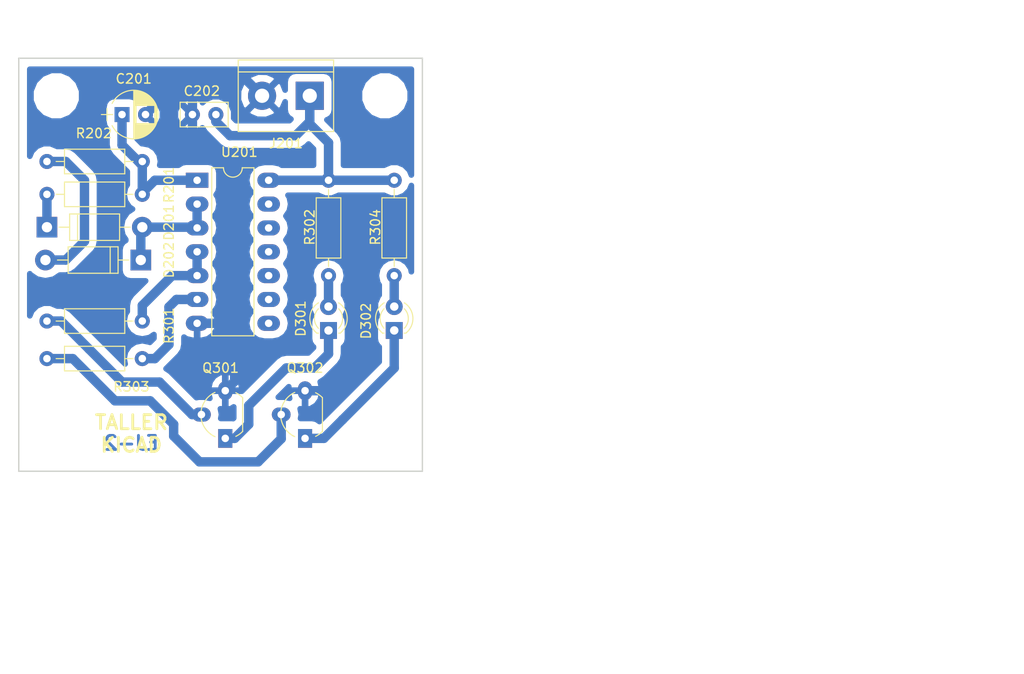
<source format=kicad_pcb>
(kicad_pcb (version 4) (host pcbnew 4.0.5+dfsg1-4)

  (general
    (links 26)
    (no_connects 0)
    (area 121.795238 84.3 234.749997 147.175)
    (thickness 1.6)
    (drawings 10)
    (tracks 94)
    (zones 0)
    (modules 20)
    (nets 15)
  )

  (page A4)
  (title_block
    (title "SCILIADOR CON 40106 Y DOS LEDS")
    (date 2018-06-27)
    (rev 1.0)
    (company "Taller de electrónica - UNLaM")
    (comment 1 "Autor: Diego Brengi")
  )

  (layers
    (0 F.Cu signal)
    (31 B.Cu signal)
    (32 B.Adhes user)
    (33 F.Adhes user)
    (34 B.Paste user)
    (35 F.Paste user)
    (36 B.SilkS user)
    (37 F.SilkS user)
    (38 B.Mask user)
    (39 F.Mask user)
    (40 Dwgs.User user)
    (41 Cmts.User user)
    (42 Eco1.User user)
    (43 Eco2.User user)
    (44 Edge.Cuts user)
    (45 Margin user)
    (46 B.CrtYd user)
    (47 F.CrtYd user)
    (48 B.Fab user)
    (49 F.Fab user hide)
  )

  (setup
    (last_trace_width 0.25)
    (user_trace_width 0.6)
    (user_trace_width 0.8)
    (user_trace_width 1)
    (trace_clearance 0.8)
    (zone_clearance 0.8)
    (zone_45_only no)
    (trace_min 0.2)
    (segment_width 0.2)
    (edge_width 0.15)
    (via_size 0.6)
    (via_drill 0.4)
    (via_min_size 0.4)
    (via_min_drill 0.3)
    (user_via 1.5 0.8)
    (uvia_size 0.3)
    (uvia_drill 0.1)
    (uvias_allowed no)
    (uvia_min_size 0.2)
    (uvia_min_drill 0.1)
    (pcb_text_width 0.3)
    (pcb_text_size 1.5 1.5)
    (mod_edge_width 0.15)
    (mod_text_size 1 1)
    (mod_text_width 0.15)
    (pad_size 1.524 1.524)
    (pad_drill 0.762)
    (pad_to_mask_clearance 0.2)
    (aux_axis_origin 0 0)
    (visible_elements FFFEFF7F)
    (pcbplotparams
      (layerselection 0x00030_80000001)
      (usegerberextensions false)
      (excludeedgelayer true)
      (linewidth 0.100000)
      (plotframeref false)
      (viasonmask false)
      (mode 1)
      (useauxorigin false)
      (hpglpennumber 1)
      (hpglpenspeed 20)
      (hpglpendiameter 15)
      (hpglpenoverlay 2)
      (psnegative false)
      (psa4output false)
      (plotreference true)
      (plotvalue true)
      (plotinvisibletext false)
      (padsonsilk false)
      (subtractmaskfromsilk false)
      (outputformat 1)
      (mirror false)
      (drillshape 1)
      (scaleselection 1)
      (outputdirectory ""))
  )

  (net 0 "")
  (net 1 "Net-(C201-Pad1)")
  (net 2 GND)
  (net 3 +5V)
  (net 4 "Net-(D201-Pad1)")
  (net 5 /Oscilador/OSC)
  (net 6 "Net-(D202-Pad2)")
  (net 7 "Net-(D301-Pad1)")
  (net 8 "Net-(D301-Pad2)")
  (net 9 "Net-(D302-Pad1)")
  (net 10 "Net-(D302-Pad2)")
  (net 11 "Net-(Q301-Pad2)")
  (net 12 "Net-(Q302-Pad2)")
  (net 13 /Leds/LED1)
  (net 14 /Leds/LED2)

  (net_class Default "Esta es la clase de red por defecto."
    (clearance 0.8)
    (trace_width 0.25)
    (via_dia 0.6)
    (via_drill 0.4)
    (uvia_dia 0.3)
    (uvia_drill 0.1)
    (add_net +5V)
    (add_net /Leds/LED1)
    (add_net /Leds/LED2)
    (add_net /Oscilador/OSC)
    (add_net GND)
    (add_net "Net-(C201-Pad1)")
    (add_net "Net-(D201-Pad1)")
    (add_net "Net-(D202-Pad2)")
    (add_net "Net-(D301-Pad1)")
    (add_net "Net-(D301-Pad2)")
    (add_net "Net-(D302-Pad1)")
    (add_net "Net-(D302-Pad2)")
    (add_net "Net-(Q301-Pad2)")
    (add_net "Net-(Q302-Pad2)")
  )

  (module Capacitors_THT:CP_Radial_D5.0mm_P2.50mm (layer F.Cu) (tedit 597BC7C2) (tstamp 5B29BFD8)
    (at 135 96)
    (descr "CP, Radial series, Radial, pin pitch=2.50mm, , diameter=5mm, Electrolytic Capacitor")
    (tags "CP Radial series Radial pin pitch 2.50mm  diameter 5mm Electrolytic Capacitor")
    (path /5B29485D/5B29545F)
    (fp_text reference C201 (at 1.25 -3.81) (layer F.SilkS)
      (effects (font (size 1 1) (thickness 0.15)))
    )
    (fp_text value 1uF (at 1.25 3.81) (layer F.Fab)
      (effects (font (size 1 1) (thickness 0.15)))
    )
    (fp_arc (start 1.25 0) (end -1.05558 -1.18) (angle 125.8) (layer F.SilkS) (width 0.12))
    (fp_arc (start 1.25 0) (end -1.05558 1.18) (angle -125.8) (layer F.SilkS) (width 0.12))
    (fp_arc (start 1.25 0) (end 3.55558 -1.18) (angle 54.2) (layer F.SilkS) (width 0.12))
    (fp_circle (center 1.25 0) (end 3.75 0) (layer F.Fab) (width 0.1))
    (fp_line (start -2.2 0) (end -1 0) (layer F.Fab) (width 0.1))
    (fp_line (start -1.6 -0.65) (end -1.6 0.65) (layer F.Fab) (width 0.1))
    (fp_line (start 1.25 -2.55) (end 1.25 2.55) (layer F.SilkS) (width 0.12))
    (fp_line (start 1.29 -2.55) (end 1.29 2.55) (layer F.SilkS) (width 0.12))
    (fp_line (start 1.33 -2.549) (end 1.33 2.549) (layer F.SilkS) (width 0.12))
    (fp_line (start 1.37 -2.548) (end 1.37 2.548) (layer F.SilkS) (width 0.12))
    (fp_line (start 1.41 -2.546) (end 1.41 2.546) (layer F.SilkS) (width 0.12))
    (fp_line (start 1.45 -2.543) (end 1.45 2.543) (layer F.SilkS) (width 0.12))
    (fp_line (start 1.49 -2.539) (end 1.49 2.539) (layer F.SilkS) (width 0.12))
    (fp_line (start 1.53 -2.535) (end 1.53 -0.98) (layer F.SilkS) (width 0.12))
    (fp_line (start 1.53 0.98) (end 1.53 2.535) (layer F.SilkS) (width 0.12))
    (fp_line (start 1.57 -2.531) (end 1.57 -0.98) (layer F.SilkS) (width 0.12))
    (fp_line (start 1.57 0.98) (end 1.57 2.531) (layer F.SilkS) (width 0.12))
    (fp_line (start 1.61 -2.525) (end 1.61 -0.98) (layer F.SilkS) (width 0.12))
    (fp_line (start 1.61 0.98) (end 1.61 2.525) (layer F.SilkS) (width 0.12))
    (fp_line (start 1.65 -2.519) (end 1.65 -0.98) (layer F.SilkS) (width 0.12))
    (fp_line (start 1.65 0.98) (end 1.65 2.519) (layer F.SilkS) (width 0.12))
    (fp_line (start 1.69 -2.513) (end 1.69 -0.98) (layer F.SilkS) (width 0.12))
    (fp_line (start 1.69 0.98) (end 1.69 2.513) (layer F.SilkS) (width 0.12))
    (fp_line (start 1.73 -2.506) (end 1.73 -0.98) (layer F.SilkS) (width 0.12))
    (fp_line (start 1.73 0.98) (end 1.73 2.506) (layer F.SilkS) (width 0.12))
    (fp_line (start 1.77 -2.498) (end 1.77 -0.98) (layer F.SilkS) (width 0.12))
    (fp_line (start 1.77 0.98) (end 1.77 2.498) (layer F.SilkS) (width 0.12))
    (fp_line (start 1.81 -2.489) (end 1.81 -0.98) (layer F.SilkS) (width 0.12))
    (fp_line (start 1.81 0.98) (end 1.81 2.489) (layer F.SilkS) (width 0.12))
    (fp_line (start 1.85 -2.48) (end 1.85 -0.98) (layer F.SilkS) (width 0.12))
    (fp_line (start 1.85 0.98) (end 1.85 2.48) (layer F.SilkS) (width 0.12))
    (fp_line (start 1.89 -2.47) (end 1.89 -0.98) (layer F.SilkS) (width 0.12))
    (fp_line (start 1.89 0.98) (end 1.89 2.47) (layer F.SilkS) (width 0.12))
    (fp_line (start 1.93 -2.46) (end 1.93 -0.98) (layer F.SilkS) (width 0.12))
    (fp_line (start 1.93 0.98) (end 1.93 2.46) (layer F.SilkS) (width 0.12))
    (fp_line (start 1.971 -2.448) (end 1.971 -0.98) (layer F.SilkS) (width 0.12))
    (fp_line (start 1.971 0.98) (end 1.971 2.448) (layer F.SilkS) (width 0.12))
    (fp_line (start 2.011 -2.436) (end 2.011 -0.98) (layer F.SilkS) (width 0.12))
    (fp_line (start 2.011 0.98) (end 2.011 2.436) (layer F.SilkS) (width 0.12))
    (fp_line (start 2.051 -2.424) (end 2.051 -0.98) (layer F.SilkS) (width 0.12))
    (fp_line (start 2.051 0.98) (end 2.051 2.424) (layer F.SilkS) (width 0.12))
    (fp_line (start 2.091 -2.41) (end 2.091 -0.98) (layer F.SilkS) (width 0.12))
    (fp_line (start 2.091 0.98) (end 2.091 2.41) (layer F.SilkS) (width 0.12))
    (fp_line (start 2.131 -2.396) (end 2.131 -0.98) (layer F.SilkS) (width 0.12))
    (fp_line (start 2.131 0.98) (end 2.131 2.396) (layer F.SilkS) (width 0.12))
    (fp_line (start 2.171 -2.382) (end 2.171 -0.98) (layer F.SilkS) (width 0.12))
    (fp_line (start 2.171 0.98) (end 2.171 2.382) (layer F.SilkS) (width 0.12))
    (fp_line (start 2.211 -2.366) (end 2.211 -0.98) (layer F.SilkS) (width 0.12))
    (fp_line (start 2.211 0.98) (end 2.211 2.366) (layer F.SilkS) (width 0.12))
    (fp_line (start 2.251 -2.35) (end 2.251 -0.98) (layer F.SilkS) (width 0.12))
    (fp_line (start 2.251 0.98) (end 2.251 2.35) (layer F.SilkS) (width 0.12))
    (fp_line (start 2.291 -2.333) (end 2.291 -0.98) (layer F.SilkS) (width 0.12))
    (fp_line (start 2.291 0.98) (end 2.291 2.333) (layer F.SilkS) (width 0.12))
    (fp_line (start 2.331 -2.315) (end 2.331 -0.98) (layer F.SilkS) (width 0.12))
    (fp_line (start 2.331 0.98) (end 2.331 2.315) (layer F.SilkS) (width 0.12))
    (fp_line (start 2.371 -2.296) (end 2.371 -0.98) (layer F.SilkS) (width 0.12))
    (fp_line (start 2.371 0.98) (end 2.371 2.296) (layer F.SilkS) (width 0.12))
    (fp_line (start 2.411 -2.276) (end 2.411 -0.98) (layer F.SilkS) (width 0.12))
    (fp_line (start 2.411 0.98) (end 2.411 2.276) (layer F.SilkS) (width 0.12))
    (fp_line (start 2.451 -2.256) (end 2.451 -0.98) (layer F.SilkS) (width 0.12))
    (fp_line (start 2.451 0.98) (end 2.451 2.256) (layer F.SilkS) (width 0.12))
    (fp_line (start 2.491 -2.234) (end 2.491 -0.98) (layer F.SilkS) (width 0.12))
    (fp_line (start 2.491 0.98) (end 2.491 2.234) (layer F.SilkS) (width 0.12))
    (fp_line (start 2.531 -2.212) (end 2.531 -0.98) (layer F.SilkS) (width 0.12))
    (fp_line (start 2.531 0.98) (end 2.531 2.212) (layer F.SilkS) (width 0.12))
    (fp_line (start 2.571 -2.189) (end 2.571 -0.98) (layer F.SilkS) (width 0.12))
    (fp_line (start 2.571 0.98) (end 2.571 2.189) (layer F.SilkS) (width 0.12))
    (fp_line (start 2.611 -2.165) (end 2.611 -0.98) (layer F.SilkS) (width 0.12))
    (fp_line (start 2.611 0.98) (end 2.611 2.165) (layer F.SilkS) (width 0.12))
    (fp_line (start 2.651 -2.14) (end 2.651 -0.98) (layer F.SilkS) (width 0.12))
    (fp_line (start 2.651 0.98) (end 2.651 2.14) (layer F.SilkS) (width 0.12))
    (fp_line (start 2.691 -2.113) (end 2.691 -0.98) (layer F.SilkS) (width 0.12))
    (fp_line (start 2.691 0.98) (end 2.691 2.113) (layer F.SilkS) (width 0.12))
    (fp_line (start 2.731 -2.086) (end 2.731 -0.98) (layer F.SilkS) (width 0.12))
    (fp_line (start 2.731 0.98) (end 2.731 2.086) (layer F.SilkS) (width 0.12))
    (fp_line (start 2.771 -2.058) (end 2.771 -0.98) (layer F.SilkS) (width 0.12))
    (fp_line (start 2.771 0.98) (end 2.771 2.058) (layer F.SilkS) (width 0.12))
    (fp_line (start 2.811 -2.028) (end 2.811 -0.98) (layer F.SilkS) (width 0.12))
    (fp_line (start 2.811 0.98) (end 2.811 2.028) (layer F.SilkS) (width 0.12))
    (fp_line (start 2.851 -1.997) (end 2.851 -0.98) (layer F.SilkS) (width 0.12))
    (fp_line (start 2.851 0.98) (end 2.851 1.997) (layer F.SilkS) (width 0.12))
    (fp_line (start 2.891 -1.965) (end 2.891 -0.98) (layer F.SilkS) (width 0.12))
    (fp_line (start 2.891 0.98) (end 2.891 1.965) (layer F.SilkS) (width 0.12))
    (fp_line (start 2.931 -1.932) (end 2.931 -0.98) (layer F.SilkS) (width 0.12))
    (fp_line (start 2.931 0.98) (end 2.931 1.932) (layer F.SilkS) (width 0.12))
    (fp_line (start 2.971 -1.897) (end 2.971 -0.98) (layer F.SilkS) (width 0.12))
    (fp_line (start 2.971 0.98) (end 2.971 1.897) (layer F.SilkS) (width 0.12))
    (fp_line (start 3.011 -1.861) (end 3.011 -0.98) (layer F.SilkS) (width 0.12))
    (fp_line (start 3.011 0.98) (end 3.011 1.861) (layer F.SilkS) (width 0.12))
    (fp_line (start 3.051 -1.823) (end 3.051 -0.98) (layer F.SilkS) (width 0.12))
    (fp_line (start 3.051 0.98) (end 3.051 1.823) (layer F.SilkS) (width 0.12))
    (fp_line (start 3.091 -1.783) (end 3.091 -0.98) (layer F.SilkS) (width 0.12))
    (fp_line (start 3.091 0.98) (end 3.091 1.783) (layer F.SilkS) (width 0.12))
    (fp_line (start 3.131 -1.742) (end 3.131 -0.98) (layer F.SilkS) (width 0.12))
    (fp_line (start 3.131 0.98) (end 3.131 1.742) (layer F.SilkS) (width 0.12))
    (fp_line (start 3.171 -1.699) (end 3.171 -0.98) (layer F.SilkS) (width 0.12))
    (fp_line (start 3.171 0.98) (end 3.171 1.699) (layer F.SilkS) (width 0.12))
    (fp_line (start 3.211 -1.654) (end 3.211 -0.98) (layer F.SilkS) (width 0.12))
    (fp_line (start 3.211 0.98) (end 3.211 1.654) (layer F.SilkS) (width 0.12))
    (fp_line (start 3.251 -1.606) (end 3.251 -0.98) (layer F.SilkS) (width 0.12))
    (fp_line (start 3.251 0.98) (end 3.251 1.606) (layer F.SilkS) (width 0.12))
    (fp_line (start 3.291 -1.556) (end 3.291 -0.98) (layer F.SilkS) (width 0.12))
    (fp_line (start 3.291 0.98) (end 3.291 1.556) (layer F.SilkS) (width 0.12))
    (fp_line (start 3.331 -1.504) (end 3.331 -0.98) (layer F.SilkS) (width 0.12))
    (fp_line (start 3.331 0.98) (end 3.331 1.504) (layer F.SilkS) (width 0.12))
    (fp_line (start 3.371 -1.448) (end 3.371 -0.98) (layer F.SilkS) (width 0.12))
    (fp_line (start 3.371 0.98) (end 3.371 1.448) (layer F.SilkS) (width 0.12))
    (fp_line (start 3.411 -1.39) (end 3.411 -0.98) (layer F.SilkS) (width 0.12))
    (fp_line (start 3.411 0.98) (end 3.411 1.39) (layer F.SilkS) (width 0.12))
    (fp_line (start 3.451 -1.327) (end 3.451 -0.98) (layer F.SilkS) (width 0.12))
    (fp_line (start 3.451 0.98) (end 3.451 1.327) (layer F.SilkS) (width 0.12))
    (fp_line (start 3.491 -1.261) (end 3.491 1.261) (layer F.SilkS) (width 0.12))
    (fp_line (start 3.531 -1.189) (end 3.531 1.189) (layer F.SilkS) (width 0.12))
    (fp_line (start 3.571 -1.112) (end 3.571 1.112) (layer F.SilkS) (width 0.12))
    (fp_line (start 3.611 -1.028) (end 3.611 1.028) (layer F.SilkS) (width 0.12))
    (fp_line (start 3.651 -0.934) (end 3.651 0.934) (layer F.SilkS) (width 0.12))
    (fp_line (start 3.691 -0.829) (end 3.691 0.829) (layer F.SilkS) (width 0.12))
    (fp_line (start 3.731 -0.707) (end 3.731 0.707) (layer F.SilkS) (width 0.12))
    (fp_line (start 3.771 -0.559) (end 3.771 0.559) (layer F.SilkS) (width 0.12))
    (fp_line (start 3.811 -0.354) (end 3.811 0.354) (layer F.SilkS) (width 0.12))
    (fp_line (start -2.2 0) (end -1 0) (layer F.SilkS) (width 0.12))
    (fp_line (start -1.6 -0.65) (end -1.6 0.65) (layer F.SilkS) (width 0.12))
    (fp_line (start -1.6 -2.85) (end -1.6 2.85) (layer F.CrtYd) (width 0.05))
    (fp_line (start -1.6 2.85) (end 4.1 2.85) (layer F.CrtYd) (width 0.05))
    (fp_line (start 4.1 2.85) (end 4.1 -2.85) (layer F.CrtYd) (width 0.05))
    (fp_line (start 4.1 -2.85) (end -1.6 -2.85) (layer F.CrtYd) (width 0.05))
    (fp_text user %R (at 1.25 0) (layer F.Fab)
      (effects (font (size 1 1) (thickness 0.15)))
    )
    (pad 1 thru_hole rect (at 0 0) (size 1.6 1.6) (drill 0.8) (layers *.Cu *.Mask)
      (net 1 "Net-(C201-Pad1)"))
    (pad 2 thru_hole circle (at 2.5 0) (size 1.6 1.6) (drill 0.8) (layers *.Cu *.Mask)
      (net 2 GND))
    (model ${KISYS3DMOD}/Capacitors_THT.3dshapes/CP_Radial_D5.0mm_P2.50mm.wrl
      (at (xyz 0 0 0))
      (scale (xyz 1 1 1))
      (rotate (xyz 0 0 0))
    )
  )

  (module Capacitors_THT:C_Disc_D5.0mm_W2.5mm_P2.50mm (layer F.Cu) (tedit 5B3417FF) (tstamp 5B29BFDE)
    (at 145 96 180)
    (descr "C, Disc series, Radial, pin pitch=2.50mm, , diameter*width=5*2.5mm^2, Capacitor, http://cdn-reichelt.de/documents/datenblatt/B300/DS_KERKO_TC.pdf")
    (tags "C Disc series Radial pin pitch 2.50mm  diameter 5mm width 2.5mm Capacitor")
    (path /5B29485D/5B295458)
    (fp_text reference C202 (at 1.5 2.5 180) (layer F.SilkS)
      (effects (font (size 1 1) (thickness 0.15)))
    )
    (fp_text value 0.1u (at 1.25 2.56 180) (layer F.Fab)
      (effects (font (size 1 1) (thickness 0.15)))
    )
    (fp_line (start -1.25 -1.25) (end -1.25 1.25) (layer F.Fab) (width 0.1))
    (fp_line (start -1.25 1.25) (end 3.75 1.25) (layer F.Fab) (width 0.1))
    (fp_line (start 3.75 1.25) (end 3.75 -1.25) (layer F.Fab) (width 0.1))
    (fp_line (start 3.75 -1.25) (end -1.25 -1.25) (layer F.Fab) (width 0.1))
    (fp_line (start -1.31 -1.31) (end 3.81 -1.31) (layer F.SilkS) (width 0.12))
    (fp_line (start -1.31 1.31) (end 3.81 1.31) (layer F.SilkS) (width 0.12))
    (fp_line (start -1.31 -1.31) (end -1.31 1.31) (layer F.SilkS) (width 0.12))
    (fp_line (start 3.81 -1.31) (end 3.81 1.31) (layer F.SilkS) (width 0.12))
    (fp_line (start -1.6 -1.6) (end -1.6 1.6) (layer F.CrtYd) (width 0.05))
    (fp_line (start -1.6 1.6) (end 4.1 1.6) (layer F.CrtYd) (width 0.05))
    (fp_line (start 4.1 1.6) (end 4.1 -1.6) (layer F.CrtYd) (width 0.05))
    (fp_line (start 4.1 -1.6) (end -1.6 -1.6) (layer F.CrtYd) (width 0.05))
    (fp_text user %R (at 1.25 0 180) (layer F.Fab)
      (effects (font (size 1 1) (thickness 0.15)))
    )
    (pad 1 thru_hole circle (at 0 0 180) (size 1.6 1.6) (drill 0.8) (layers *.Cu *.Mask)
      (net 3 +5V))
    (pad 2 thru_hole circle (at 2.5 0 180) (size 1.6 1.6) (drill 0.8) (layers *.Cu *.Mask)
      (net 2 GND))
    (model ${KISYS3DMOD}/Capacitors_THT.3dshapes/C_Disc_D5.0mm_W2.5mm_P2.50mm.wrl
      (at (xyz 0 0 0))
      (scale (xyz 1 1 1))
      (rotate (xyz 0 0 0))
    )
  )

  (module Diodes_THT:D_DO-41_SOD81_P10.16mm_Horizontal (layer F.Cu) (tedit 5B3417E1) (tstamp 5B29BFE4)
    (at 127 108)
    (descr "D, DO-41_SOD81 series, Axial, Horizontal, pin pitch=10.16mm, , length*diameter=5.2*2.7mm^2, , http://www.diodes.com/_files/packages/DO-41%20(Plastic).pdf")
    (tags "D DO-41_SOD81 series Axial Horizontal pin pitch 10.16mm  length 5.2mm diameter 2.7mm")
    (path /5B29485D/5B295474)
    (fp_text reference D201 (at 13 -0.5 90) (layer F.SilkS)
      (effects (font (size 1 1) (thickness 0.15)))
    )
    (fp_text value 1N4148 (at 5.08 2.41) (layer F.Fab)
      (effects (font (size 1 1) (thickness 0.15)))
    )
    (fp_text user %R (at 5.08 0) (layer F.Fab)
      (effects (font (size 1 1) (thickness 0.15)))
    )
    (fp_line (start 2.48 -1.35) (end 2.48 1.35) (layer F.Fab) (width 0.1))
    (fp_line (start 2.48 1.35) (end 7.68 1.35) (layer F.Fab) (width 0.1))
    (fp_line (start 7.68 1.35) (end 7.68 -1.35) (layer F.Fab) (width 0.1))
    (fp_line (start 7.68 -1.35) (end 2.48 -1.35) (layer F.Fab) (width 0.1))
    (fp_line (start 0 0) (end 2.48 0) (layer F.Fab) (width 0.1))
    (fp_line (start 10.16 0) (end 7.68 0) (layer F.Fab) (width 0.1))
    (fp_line (start 3.26 -1.35) (end 3.26 1.35) (layer F.Fab) (width 0.1))
    (fp_line (start 2.42 -1.41) (end 2.42 1.41) (layer F.SilkS) (width 0.12))
    (fp_line (start 2.42 1.41) (end 7.74 1.41) (layer F.SilkS) (width 0.12))
    (fp_line (start 7.74 1.41) (end 7.74 -1.41) (layer F.SilkS) (width 0.12))
    (fp_line (start 7.74 -1.41) (end 2.42 -1.41) (layer F.SilkS) (width 0.12))
    (fp_line (start 1.28 0) (end 2.42 0) (layer F.SilkS) (width 0.12))
    (fp_line (start 8.88 0) (end 7.74 0) (layer F.SilkS) (width 0.12))
    (fp_line (start 3.26 -1.41) (end 3.26 1.41) (layer F.SilkS) (width 0.12))
    (fp_line (start -1.35 -1.7) (end -1.35 1.7) (layer F.CrtYd) (width 0.05))
    (fp_line (start -1.35 1.7) (end 11.55 1.7) (layer F.CrtYd) (width 0.05))
    (fp_line (start 11.55 1.7) (end 11.55 -1.7) (layer F.CrtYd) (width 0.05))
    (fp_line (start 11.55 -1.7) (end -1.35 -1.7) (layer F.CrtYd) (width 0.05))
    (pad 1 thru_hole rect (at 0 0) (size 2.2 2.2) (drill 1.1) (layers *.Cu *.Mask)
      (net 4 "Net-(D201-Pad1)"))
    (pad 2 thru_hole oval (at 10.16 0) (size 2.2 2.2) (drill 1.1) (layers *.Cu *.Mask)
      (net 5 /Oscilador/OSC))
    (model ${KISYS3DMOD}/Diodes_THT.3dshapes/D_DO-41_SOD81_P10.16mm_Horizontal.wrl
      (at (xyz 0 0 0))
      (scale (xyz 0.393701 0.393701 0.393701))
      (rotate (xyz 0 0 0))
    )
  )

  (module Diodes_THT:D_DO-41_SOD81_P10.16mm_Horizontal (layer F.Cu) (tedit 5B3417EF) (tstamp 5B29BFEA)
    (at 137 111.5 180)
    (descr "D, DO-41_SOD81 series, Axial, Horizontal, pin pitch=10.16mm, , length*diameter=5.2*2.7mm^2, , http://www.diodes.com/_files/packages/DO-41%20(Plastic).pdf")
    (tags "D DO-41_SOD81 series Axial Horizontal pin pitch 10.16mm  length 5.2mm diameter 2.7mm")
    (path /5B29485D/5B29547B)
    (fp_text reference D202 (at -3 0 270) (layer F.SilkS)
      (effects (font (size 1 1) (thickness 0.15)))
    )
    (fp_text value 1N4148 (at 5.08 2.41 180) (layer F.Fab)
      (effects (font (size 1 1) (thickness 0.15)))
    )
    (fp_text user %R (at 5.08 0 180) (layer F.Fab)
      (effects (font (size 1 1) (thickness 0.15)))
    )
    (fp_line (start 2.48 -1.35) (end 2.48 1.35) (layer F.Fab) (width 0.1))
    (fp_line (start 2.48 1.35) (end 7.68 1.35) (layer F.Fab) (width 0.1))
    (fp_line (start 7.68 1.35) (end 7.68 -1.35) (layer F.Fab) (width 0.1))
    (fp_line (start 7.68 -1.35) (end 2.48 -1.35) (layer F.Fab) (width 0.1))
    (fp_line (start 0 0) (end 2.48 0) (layer F.Fab) (width 0.1))
    (fp_line (start 10.16 0) (end 7.68 0) (layer F.Fab) (width 0.1))
    (fp_line (start 3.26 -1.35) (end 3.26 1.35) (layer F.Fab) (width 0.1))
    (fp_line (start 2.42 -1.41) (end 2.42 1.41) (layer F.SilkS) (width 0.12))
    (fp_line (start 2.42 1.41) (end 7.74 1.41) (layer F.SilkS) (width 0.12))
    (fp_line (start 7.74 1.41) (end 7.74 -1.41) (layer F.SilkS) (width 0.12))
    (fp_line (start 7.74 -1.41) (end 2.42 -1.41) (layer F.SilkS) (width 0.12))
    (fp_line (start 1.28 0) (end 2.42 0) (layer F.SilkS) (width 0.12))
    (fp_line (start 8.88 0) (end 7.74 0) (layer F.SilkS) (width 0.12))
    (fp_line (start 3.26 -1.41) (end 3.26 1.41) (layer F.SilkS) (width 0.12))
    (fp_line (start -1.35 -1.7) (end -1.35 1.7) (layer F.CrtYd) (width 0.05))
    (fp_line (start -1.35 1.7) (end 11.55 1.7) (layer F.CrtYd) (width 0.05))
    (fp_line (start 11.55 1.7) (end 11.55 -1.7) (layer F.CrtYd) (width 0.05))
    (fp_line (start 11.55 -1.7) (end -1.35 -1.7) (layer F.CrtYd) (width 0.05))
    (pad 1 thru_hole rect (at 0 0 180) (size 2.2 2.2) (drill 1.1) (layers *.Cu *.Mask)
      (net 5 /Oscilador/OSC))
    (pad 2 thru_hole oval (at 10.16 0 180) (size 2.2 2.2) (drill 1.1) (layers *.Cu *.Mask)
      (net 6 "Net-(D202-Pad2)"))
    (model ${KISYS3DMOD}/Diodes_THT.3dshapes/D_DO-41_SOD81_P10.16mm_Horizontal.wrl
      (at (xyz 0 0 0))
      (scale (xyz 0.393701 0.393701 0.393701))
      (rotate (xyz 0 0 0))
    )
  )

  (module LEDs:LED_D3.0mm (layer F.Cu) (tedit 587A3A7B) (tstamp 5B29BFF0)
    (at 157 119 90)
    (descr "LED, diameter 3.0mm, 2 pins")
    (tags "LED diameter 3.0mm 2 pins")
    (path /5B294872/5B294EBC)
    (clearance 0.6)
    (fp_text reference D301 (at 1.27 -2.96 90) (layer F.SilkS)
      (effects (font (size 1 1) (thickness 0.15)))
    )
    (fp_text value "LED ROJO" (at 1.27 2.96 90) (layer F.Fab)
      (effects (font (size 1 1) (thickness 0.15)))
    )
    (fp_arc (start 1.27 0) (end -0.23 -1.16619) (angle 284.3) (layer F.Fab) (width 0.1))
    (fp_arc (start 1.27 0) (end -0.29 -1.235516) (angle 108.8) (layer F.SilkS) (width 0.12))
    (fp_arc (start 1.27 0) (end -0.29 1.235516) (angle -108.8) (layer F.SilkS) (width 0.12))
    (fp_arc (start 1.27 0) (end 0.229039 -1.08) (angle 87.9) (layer F.SilkS) (width 0.12))
    (fp_arc (start 1.27 0) (end 0.229039 1.08) (angle -87.9) (layer F.SilkS) (width 0.12))
    (fp_circle (center 1.27 0) (end 2.77 0) (layer F.Fab) (width 0.1))
    (fp_line (start -0.23 -1.16619) (end -0.23 1.16619) (layer F.Fab) (width 0.1))
    (fp_line (start -0.29 -1.236) (end -0.29 -1.08) (layer F.SilkS) (width 0.12))
    (fp_line (start -0.29 1.08) (end -0.29 1.236) (layer F.SilkS) (width 0.12))
    (fp_line (start -1.15 -2.25) (end -1.15 2.25) (layer F.CrtYd) (width 0.05))
    (fp_line (start -1.15 2.25) (end 3.7 2.25) (layer F.CrtYd) (width 0.05))
    (fp_line (start 3.7 2.25) (end 3.7 -2.25) (layer F.CrtYd) (width 0.05))
    (fp_line (start 3.7 -2.25) (end -1.15 -2.25) (layer F.CrtYd) (width 0.05))
    (pad 1 thru_hole rect (at 0 0 90) (size 1.8 1.8) (drill 0.9) (layers *.Cu *.Mask)
      (net 7 "Net-(D301-Pad1)"))
    (pad 2 thru_hole circle (at 2.54 0 90) (size 1.8 1.8) (drill 0.9) (layers *.Cu *.Mask)
      (net 8 "Net-(D301-Pad2)"))
    (model ${KISYS3DMOD}/LEDs.3dshapes/LED_D3.0mm.wrl
      (at (xyz 0 0 0))
      (scale (xyz 0.393701 0.393701 0.393701))
      (rotate (xyz 0 0 0))
    )
  )

  (module LEDs:LED_D3.0mm (layer F.Cu) (tedit 5B341789) (tstamp 5B29BFF6)
    (at 164 119 90)
    (descr "LED, diameter 3.0mm, 2 pins")
    (tags "LED diameter 3.0mm 2 pins")
    (path /5B294872/5B294EEA)
    (clearance 0.6)
    (fp_text reference D302 (at 1 -3 90) (layer F.SilkS)
      (effects (font (size 1 1) (thickness 0.15)))
    )
    (fp_text value "LED VERDE" (at 1.27 2.96 90) (layer F.Fab)
      (effects (font (size 1 1) (thickness 0.15)))
    )
    (fp_arc (start 1.27 0) (end -0.23 -1.16619) (angle 284.3) (layer F.Fab) (width 0.1))
    (fp_arc (start 1.27 0) (end -0.29 -1.235516) (angle 108.8) (layer F.SilkS) (width 0.12))
    (fp_arc (start 1.27 0) (end -0.29 1.235516) (angle -108.8) (layer F.SilkS) (width 0.12))
    (fp_arc (start 1.27 0) (end 0.229039 -1.08) (angle 87.9) (layer F.SilkS) (width 0.12))
    (fp_arc (start 1.27 0) (end 0.229039 1.08) (angle -87.9) (layer F.SilkS) (width 0.12))
    (fp_circle (center 1.27 0) (end 2.77 0) (layer F.Fab) (width 0.1))
    (fp_line (start -0.23 -1.16619) (end -0.23 1.16619) (layer F.Fab) (width 0.1))
    (fp_line (start -0.29 -1.236) (end -0.29 -1.08) (layer F.SilkS) (width 0.12))
    (fp_line (start -0.29 1.08) (end -0.29 1.236) (layer F.SilkS) (width 0.12))
    (fp_line (start -1.15 -2.25) (end -1.15 2.25) (layer F.CrtYd) (width 0.05))
    (fp_line (start -1.15 2.25) (end 3.7 2.25) (layer F.CrtYd) (width 0.05))
    (fp_line (start 3.7 2.25) (end 3.7 -2.25) (layer F.CrtYd) (width 0.05))
    (fp_line (start 3.7 -2.25) (end -1.15 -2.25) (layer F.CrtYd) (width 0.05))
    (pad 1 thru_hole rect (at 0 0 90) (size 1.8 1.8) (drill 0.9) (layers *.Cu *.Mask)
      (net 9 "Net-(D302-Pad1)"))
    (pad 2 thru_hole circle (at 2.54 0 90) (size 1.8 1.8) (drill 0.9) (layers *.Cu *.Mask)
      (net 10 "Net-(D302-Pad2)"))
    (model ${KISYS3DMOD}/LEDs.3dshapes/LED_D3.0mm.wrl
      (at (xyz 0 0 0))
      (scale (xyz 0.393701 0.393701 0.393701))
      (rotate (xyz 0 0 0))
    )
  )

  (module TerminalBlock:TerminalBlock_bornier-2_P5.08mm (layer F.Cu) (tedit 59FF03AB) (tstamp 5B29BFFC)
    (at 155 94 180)
    (descr "simple 2-pin terminal block, pitch 5.08mm, revamped version of bornier2")
    (tags "terminal block bornier2")
    (path /5B29485D/5B295482)
    (fp_text reference J201 (at 2.54 -5.08 180) (layer F.SilkS)
      (effects (font (size 1 1) (thickness 0.15)))
    )
    (fp_text value Conn_01x02 (at 2.54 5.08 180) (layer F.Fab)
      (effects (font (size 1 1) (thickness 0.15)))
    )
    (fp_text user %R (at 2.54 0 180) (layer F.Fab)
      (effects (font (size 1 1) (thickness 0.15)))
    )
    (fp_line (start -2.41 2.55) (end 7.49 2.55) (layer F.Fab) (width 0.1))
    (fp_line (start -2.46 -3.75) (end -2.46 3.75) (layer F.Fab) (width 0.1))
    (fp_line (start -2.46 3.75) (end 7.54 3.75) (layer F.Fab) (width 0.1))
    (fp_line (start 7.54 3.75) (end 7.54 -3.75) (layer F.Fab) (width 0.1))
    (fp_line (start 7.54 -3.75) (end -2.46 -3.75) (layer F.Fab) (width 0.1))
    (fp_line (start 7.62 2.54) (end -2.54 2.54) (layer F.SilkS) (width 0.12))
    (fp_line (start 7.62 3.81) (end 7.62 -3.81) (layer F.SilkS) (width 0.12))
    (fp_line (start 7.62 -3.81) (end -2.54 -3.81) (layer F.SilkS) (width 0.12))
    (fp_line (start -2.54 -3.81) (end -2.54 3.81) (layer F.SilkS) (width 0.12))
    (fp_line (start -2.54 3.81) (end 7.62 3.81) (layer F.SilkS) (width 0.12))
    (fp_line (start -2.71 -4) (end 7.79 -4) (layer F.CrtYd) (width 0.05))
    (fp_line (start -2.71 -4) (end -2.71 4) (layer F.CrtYd) (width 0.05))
    (fp_line (start 7.79 4) (end 7.79 -4) (layer F.CrtYd) (width 0.05))
    (fp_line (start 7.79 4) (end -2.71 4) (layer F.CrtYd) (width 0.05))
    (pad 1 thru_hole rect (at 0 0 180) (size 3 3) (drill 1.52) (layers *.Cu *.Mask)
      (net 3 +5V))
    (pad 2 thru_hole circle (at 5.08 0 180) (size 3 3) (drill 1.52) (layers *.Cu *.Mask)
      (net 2 GND))
    (model ${KISYS3DMOD}/Terminal_Blocks.3dshapes/TerminalBlock_bornier-2_P5.08mm.wrl
      (at (xyz 0.1 0 0))
      (scale (xyz 1 1 1))
      (rotate (xyz 0 0 0))
    )
  )

  (module Resistors_THT:R_Axial_DIN0207_L6.3mm_D2.5mm_P10.16mm_Horizontal (layer F.Cu) (tedit 5B3417DA) (tstamp 5B29C010)
    (at 127 104.5)
    (descr "Resistor, Axial_DIN0207 series, Axial, Horizontal, pin pitch=10.16mm, 0.25W = 1/4W, length*diameter=6.3*2.5mm^2, http://cdn-reichelt.de/documents/datenblatt/B400/1_4W%23YAG.pdf")
    (tags "Resistor Axial_DIN0207 series Axial Horizontal pin pitch 10.16mm 0.25W = 1/4W length 6.3mm diameter 2.5mm")
    (path /5B29485D/5B295466)
    (fp_text reference R201 (at 13 -1 90) (layer F.SilkS)
      (effects (font (size 1 1) (thickness 0.15)))
    )
    (fp_text value 100k (at 5.08 2.31) (layer F.Fab)
      (effects (font (size 1 1) (thickness 0.15)))
    )
    (fp_line (start 1.93 -1.25) (end 1.93 1.25) (layer F.Fab) (width 0.1))
    (fp_line (start 1.93 1.25) (end 8.23 1.25) (layer F.Fab) (width 0.1))
    (fp_line (start 8.23 1.25) (end 8.23 -1.25) (layer F.Fab) (width 0.1))
    (fp_line (start 8.23 -1.25) (end 1.93 -1.25) (layer F.Fab) (width 0.1))
    (fp_line (start 0 0) (end 1.93 0) (layer F.Fab) (width 0.1))
    (fp_line (start 10.16 0) (end 8.23 0) (layer F.Fab) (width 0.1))
    (fp_line (start 1.87 -1.31) (end 1.87 1.31) (layer F.SilkS) (width 0.12))
    (fp_line (start 1.87 1.31) (end 8.29 1.31) (layer F.SilkS) (width 0.12))
    (fp_line (start 8.29 1.31) (end 8.29 -1.31) (layer F.SilkS) (width 0.12))
    (fp_line (start 8.29 -1.31) (end 1.87 -1.31) (layer F.SilkS) (width 0.12))
    (fp_line (start 0.98 0) (end 1.87 0) (layer F.SilkS) (width 0.12))
    (fp_line (start 9.18 0) (end 8.29 0) (layer F.SilkS) (width 0.12))
    (fp_line (start -1.05 -1.6) (end -1.05 1.6) (layer F.CrtYd) (width 0.05))
    (fp_line (start -1.05 1.6) (end 11.25 1.6) (layer F.CrtYd) (width 0.05))
    (fp_line (start 11.25 1.6) (end 11.25 -1.6) (layer F.CrtYd) (width 0.05))
    (fp_line (start 11.25 -1.6) (end -1.05 -1.6) (layer F.CrtYd) (width 0.05))
    (pad 1 thru_hole circle (at 0 0) (size 1.6 1.6) (drill 0.8) (layers *.Cu *.Mask)
      (net 4 "Net-(D201-Pad1)"))
    (pad 2 thru_hole oval (at 10.16 0) (size 1.6 1.6) (drill 0.8) (layers *.Cu *.Mask)
      (net 1 "Net-(C201-Pad1)"))
    (model ${KISYS3DMOD}/Resistors_THT.3dshapes/R_Axial_DIN0207_L6.3mm_D2.5mm_P10.16mm_Horizontal.wrl
      (at (xyz 0 0 0))
      (scale (xyz 0.393701 0.393701 0.393701))
      (rotate (xyz 0 0 0))
    )
  )

  (module Resistors_THT:R_Axial_DIN0207_L6.3mm_D2.5mm_P10.16mm_Horizontal (layer F.Cu) (tedit 5B3417A1) (tstamp 5B29C016)
    (at 127 101)
    (descr "Resistor, Axial_DIN0207 series, Axial, Horizontal, pin pitch=10.16mm, 0.25W = 1/4W, length*diameter=6.3*2.5mm^2, http://cdn-reichelt.de/documents/datenblatt/B400/1_4W%23YAG.pdf")
    (tags "Resistor Axial_DIN0207 series Axial Horizontal pin pitch 10.16mm 0.25W = 1/4W length 6.3mm diameter 2.5mm")
    (path /5B29485D/5B29546D)
    (fp_text reference R202 (at 5 -3) (layer F.SilkS)
      (effects (font (size 1 1) (thickness 0.15)))
    )
    (fp_text value 180k (at 5.08 2.31) (layer F.Fab)
      (effects (font (size 1 1) (thickness 0.15)))
    )
    (fp_line (start 1.93 -1.25) (end 1.93 1.25) (layer F.Fab) (width 0.1))
    (fp_line (start 1.93 1.25) (end 8.23 1.25) (layer F.Fab) (width 0.1))
    (fp_line (start 8.23 1.25) (end 8.23 -1.25) (layer F.Fab) (width 0.1))
    (fp_line (start 8.23 -1.25) (end 1.93 -1.25) (layer F.Fab) (width 0.1))
    (fp_line (start 0 0) (end 1.93 0) (layer F.Fab) (width 0.1))
    (fp_line (start 10.16 0) (end 8.23 0) (layer F.Fab) (width 0.1))
    (fp_line (start 1.87 -1.31) (end 1.87 1.31) (layer F.SilkS) (width 0.12))
    (fp_line (start 1.87 1.31) (end 8.29 1.31) (layer F.SilkS) (width 0.12))
    (fp_line (start 8.29 1.31) (end 8.29 -1.31) (layer F.SilkS) (width 0.12))
    (fp_line (start 8.29 -1.31) (end 1.87 -1.31) (layer F.SilkS) (width 0.12))
    (fp_line (start 0.98 0) (end 1.87 0) (layer F.SilkS) (width 0.12))
    (fp_line (start 9.18 0) (end 8.29 0) (layer F.SilkS) (width 0.12))
    (fp_line (start -1.05 -1.6) (end -1.05 1.6) (layer F.CrtYd) (width 0.05))
    (fp_line (start -1.05 1.6) (end 11.25 1.6) (layer F.CrtYd) (width 0.05))
    (fp_line (start 11.25 1.6) (end 11.25 -1.6) (layer F.CrtYd) (width 0.05))
    (fp_line (start 11.25 -1.6) (end -1.05 -1.6) (layer F.CrtYd) (width 0.05))
    (pad 1 thru_hole circle (at 0 0) (size 1.6 1.6) (drill 0.8) (layers *.Cu *.Mask)
      (net 6 "Net-(D202-Pad2)"))
    (pad 2 thru_hole oval (at 10.16 0) (size 1.6 1.6) (drill 0.8) (layers *.Cu *.Mask)
      (net 1 "Net-(C201-Pad1)"))
    (model ${KISYS3DMOD}/Resistors_THT.3dshapes/R_Axial_DIN0207_L6.3mm_D2.5mm_P10.16mm_Horizontal.wrl
      (at (xyz 0 0 0))
      (scale (xyz 0.393701 0.393701 0.393701))
      (rotate (xyz 0 0 0))
    )
  )

  (module Resistors_THT:R_Axial_DIN0207_L6.3mm_D2.5mm_P10.16mm_Horizontal (layer F.Cu) (tedit 5B3417E8) (tstamp 5B29C01C)
    (at 127 118)
    (descr "Resistor, Axial_DIN0207 series, Axial, Horizontal, pin pitch=10.16mm, 0.25W = 1/4W, length*diameter=6.3*2.5mm^2, http://cdn-reichelt.de/documents/datenblatt/B400/1_4W%23YAG.pdf")
    (tags "Resistor Axial_DIN0207 series Axial Horizontal pin pitch 10.16mm 0.25W = 1/4W length 6.3mm diameter 2.5mm")
    (path /5B294872/5B294EB5)
    (fp_text reference R301 (at 13 0.5 90) (layer F.SilkS)
      (effects (font (size 1 1) (thickness 0.15)))
    )
    (fp_text value 2k2 (at 5.08 2.31) (layer F.Fab)
      (effects (font (size 1 1) (thickness 0.15)))
    )
    (fp_line (start 1.93 -1.25) (end 1.93 1.25) (layer F.Fab) (width 0.1))
    (fp_line (start 1.93 1.25) (end 8.23 1.25) (layer F.Fab) (width 0.1))
    (fp_line (start 8.23 1.25) (end 8.23 -1.25) (layer F.Fab) (width 0.1))
    (fp_line (start 8.23 -1.25) (end 1.93 -1.25) (layer F.Fab) (width 0.1))
    (fp_line (start 0 0) (end 1.93 0) (layer F.Fab) (width 0.1))
    (fp_line (start 10.16 0) (end 8.23 0) (layer F.Fab) (width 0.1))
    (fp_line (start 1.87 -1.31) (end 1.87 1.31) (layer F.SilkS) (width 0.12))
    (fp_line (start 1.87 1.31) (end 8.29 1.31) (layer F.SilkS) (width 0.12))
    (fp_line (start 8.29 1.31) (end 8.29 -1.31) (layer F.SilkS) (width 0.12))
    (fp_line (start 8.29 -1.31) (end 1.87 -1.31) (layer F.SilkS) (width 0.12))
    (fp_line (start 0.98 0) (end 1.87 0) (layer F.SilkS) (width 0.12))
    (fp_line (start 9.18 0) (end 8.29 0) (layer F.SilkS) (width 0.12))
    (fp_line (start -1.05 -1.6) (end -1.05 1.6) (layer F.CrtYd) (width 0.05))
    (fp_line (start -1.05 1.6) (end 11.25 1.6) (layer F.CrtYd) (width 0.05))
    (fp_line (start 11.25 1.6) (end 11.25 -1.6) (layer F.CrtYd) (width 0.05))
    (fp_line (start 11.25 -1.6) (end -1.05 -1.6) (layer F.CrtYd) (width 0.05))
    (pad 1 thru_hole circle (at 0 0) (size 1.6 1.6) (drill 0.8) (layers *.Cu *.Mask)
      (net 11 "Net-(Q301-Pad2)"))
    (pad 2 thru_hole oval (at 10.16 0) (size 1.6 1.6) (drill 0.8) (layers *.Cu *.Mask)
      (net 13 /Leds/LED1))
    (model ${KISYS3DMOD}/Resistors_THT.3dshapes/R_Axial_DIN0207_L6.3mm_D2.5mm_P10.16mm_Horizontal.wrl
      (at (xyz 0 0 0))
      (scale (xyz 0.393701 0.393701 0.393701))
      (rotate (xyz 0 0 0))
    )
  )

  (module Resistors_THT:R_Axial_DIN0207_L6.3mm_D2.5mm_P10.16mm_Horizontal (layer F.Cu) (tedit 5B341783) (tstamp 5B29C022)
    (at 157 103 270)
    (descr "Resistor, Axial_DIN0207 series, Axial, Horizontal, pin pitch=10.16mm, 0.25W = 1/4W, length*diameter=6.3*2.5mm^2, http://cdn-reichelt.de/documents/datenblatt/B400/1_4W%23YAG.pdf")
    (tags "Resistor Axial_DIN0207 series Axial Horizontal pin pitch 10.16mm 0.25W = 1/4W length 6.3mm diameter 2.5mm")
    (path /5B294872/5B294EA7)
    (fp_text reference R302 (at 5 2 270) (layer F.SilkS)
      (effects (font (size 1 1) (thickness 0.15)))
    )
    (fp_text value 470R (at 5.08 2.31 270) (layer F.Fab)
      (effects (font (size 1 1) (thickness 0.15)))
    )
    (fp_line (start 1.93 -1.25) (end 1.93 1.25) (layer F.Fab) (width 0.1))
    (fp_line (start 1.93 1.25) (end 8.23 1.25) (layer F.Fab) (width 0.1))
    (fp_line (start 8.23 1.25) (end 8.23 -1.25) (layer F.Fab) (width 0.1))
    (fp_line (start 8.23 -1.25) (end 1.93 -1.25) (layer F.Fab) (width 0.1))
    (fp_line (start 0 0) (end 1.93 0) (layer F.Fab) (width 0.1))
    (fp_line (start 10.16 0) (end 8.23 0) (layer F.Fab) (width 0.1))
    (fp_line (start 1.87 -1.31) (end 1.87 1.31) (layer F.SilkS) (width 0.12))
    (fp_line (start 1.87 1.31) (end 8.29 1.31) (layer F.SilkS) (width 0.12))
    (fp_line (start 8.29 1.31) (end 8.29 -1.31) (layer F.SilkS) (width 0.12))
    (fp_line (start 8.29 -1.31) (end 1.87 -1.31) (layer F.SilkS) (width 0.12))
    (fp_line (start 0.98 0) (end 1.87 0) (layer F.SilkS) (width 0.12))
    (fp_line (start 9.18 0) (end 8.29 0) (layer F.SilkS) (width 0.12))
    (fp_line (start -1.05 -1.6) (end -1.05 1.6) (layer F.CrtYd) (width 0.05))
    (fp_line (start -1.05 1.6) (end 11.25 1.6) (layer F.CrtYd) (width 0.05))
    (fp_line (start 11.25 1.6) (end 11.25 -1.6) (layer F.CrtYd) (width 0.05))
    (fp_line (start 11.25 -1.6) (end -1.05 -1.6) (layer F.CrtYd) (width 0.05))
    (pad 1 thru_hole circle (at 0 0 270) (size 1.6 1.6) (drill 0.8) (layers *.Cu *.Mask)
      (net 3 +5V))
    (pad 2 thru_hole oval (at 10.16 0 270) (size 1.6 1.6) (drill 0.8) (layers *.Cu *.Mask)
      (net 8 "Net-(D301-Pad2)"))
    (model ${KISYS3DMOD}/Resistors_THT.3dshapes/R_Axial_DIN0207_L6.3mm_D2.5mm_P10.16mm_Horizontal.wrl
      (at (xyz 0 0 0))
      (scale (xyz 0.393701 0.393701 0.393701))
      (rotate (xyz 0 0 0))
    )
  )

  (module Resistors_THT:R_Axial_DIN0207_L6.3mm_D2.5mm_P10.16mm_Horizontal (layer F.Cu) (tedit 5B3417CF) (tstamp 5B29C028)
    (at 127 122)
    (descr "Resistor, Axial_DIN0207 series, Axial, Horizontal, pin pitch=10.16mm, 0.25W = 1/4W, length*diameter=6.3*2.5mm^2, http://cdn-reichelt.de/documents/datenblatt/B400/1_4W%23YAG.pdf")
    (tags "Resistor Axial_DIN0207 series Axial Horizontal pin pitch 10.16mm 0.25W = 1/4W length 6.3mm diameter 2.5mm")
    (path /5B294872/5B294EAE)
    (fp_text reference R303 (at 9 3) (layer F.SilkS)
      (effects (font (size 1 1) (thickness 0.15)))
    )
    (fp_text value 2k2 (at 5.08 2.31) (layer F.Fab)
      (effects (font (size 1 1) (thickness 0.15)))
    )
    (fp_line (start 1.93 -1.25) (end 1.93 1.25) (layer F.Fab) (width 0.1))
    (fp_line (start 1.93 1.25) (end 8.23 1.25) (layer F.Fab) (width 0.1))
    (fp_line (start 8.23 1.25) (end 8.23 -1.25) (layer F.Fab) (width 0.1))
    (fp_line (start 8.23 -1.25) (end 1.93 -1.25) (layer F.Fab) (width 0.1))
    (fp_line (start 0 0) (end 1.93 0) (layer F.Fab) (width 0.1))
    (fp_line (start 10.16 0) (end 8.23 0) (layer F.Fab) (width 0.1))
    (fp_line (start 1.87 -1.31) (end 1.87 1.31) (layer F.SilkS) (width 0.12))
    (fp_line (start 1.87 1.31) (end 8.29 1.31) (layer F.SilkS) (width 0.12))
    (fp_line (start 8.29 1.31) (end 8.29 -1.31) (layer F.SilkS) (width 0.12))
    (fp_line (start 8.29 -1.31) (end 1.87 -1.31) (layer F.SilkS) (width 0.12))
    (fp_line (start 0.98 0) (end 1.87 0) (layer F.SilkS) (width 0.12))
    (fp_line (start 9.18 0) (end 8.29 0) (layer F.SilkS) (width 0.12))
    (fp_line (start -1.05 -1.6) (end -1.05 1.6) (layer F.CrtYd) (width 0.05))
    (fp_line (start -1.05 1.6) (end 11.25 1.6) (layer F.CrtYd) (width 0.05))
    (fp_line (start 11.25 1.6) (end 11.25 -1.6) (layer F.CrtYd) (width 0.05))
    (fp_line (start 11.25 -1.6) (end -1.05 -1.6) (layer F.CrtYd) (width 0.05))
    (pad 1 thru_hole circle (at 0 0) (size 1.6 1.6) (drill 0.8) (layers *.Cu *.Mask)
      (net 12 "Net-(Q302-Pad2)"))
    (pad 2 thru_hole oval (at 10.16 0) (size 1.6 1.6) (drill 0.8) (layers *.Cu *.Mask)
      (net 14 /Leds/LED2))
    (model ${KISYS3DMOD}/Resistors_THT.3dshapes/R_Axial_DIN0207_L6.3mm_D2.5mm_P10.16mm_Horizontal.wrl
      (at (xyz 0 0 0))
      (scale (xyz 0.393701 0.393701 0.393701))
      (rotate (xyz 0 0 0))
    )
  )

  (module Resistors_THT:R_Axial_DIN0207_L6.3mm_D2.5mm_P10.16mm_Horizontal (layer F.Cu) (tedit 5B341780) (tstamp 5B29C02E)
    (at 164 103 270)
    (descr "Resistor, Axial_DIN0207 series, Axial, Horizontal, pin pitch=10.16mm, 0.25W = 1/4W, length*diameter=6.3*2.5mm^2, http://cdn-reichelt.de/documents/datenblatt/B400/1_4W%23YAG.pdf")
    (tags "Resistor Axial_DIN0207 series Axial Horizontal pin pitch 10.16mm 0.25W = 1/4W length 6.3mm diameter 2.5mm")
    (path /5B294872/5B294EE3)
    (fp_text reference R304 (at 5 2 270) (layer F.SilkS)
      (effects (font (size 1 1) (thickness 0.15)))
    )
    (fp_text value 470R (at 5.08 2.31 270) (layer F.Fab)
      (effects (font (size 1 1) (thickness 0.15)))
    )
    (fp_line (start 1.93 -1.25) (end 1.93 1.25) (layer F.Fab) (width 0.1))
    (fp_line (start 1.93 1.25) (end 8.23 1.25) (layer F.Fab) (width 0.1))
    (fp_line (start 8.23 1.25) (end 8.23 -1.25) (layer F.Fab) (width 0.1))
    (fp_line (start 8.23 -1.25) (end 1.93 -1.25) (layer F.Fab) (width 0.1))
    (fp_line (start 0 0) (end 1.93 0) (layer F.Fab) (width 0.1))
    (fp_line (start 10.16 0) (end 8.23 0) (layer F.Fab) (width 0.1))
    (fp_line (start 1.87 -1.31) (end 1.87 1.31) (layer F.SilkS) (width 0.12))
    (fp_line (start 1.87 1.31) (end 8.29 1.31) (layer F.SilkS) (width 0.12))
    (fp_line (start 8.29 1.31) (end 8.29 -1.31) (layer F.SilkS) (width 0.12))
    (fp_line (start 8.29 -1.31) (end 1.87 -1.31) (layer F.SilkS) (width 0.12))
    (fp_line (start 0.98 0) (end 1.87 0) (layer F.SilkS) (width 0.12))
    (fp_line (start 9.18 0) (end 8.29 0) (layer F.SilkS) (width 0.12))
    (fp_line (start -1.05 -1.6) (end -1.05 1.6) (layer F.CrtYd) (width 0.05))
    (fp_line (start -1.05 1.6) (end 11.25 1.6) (layer F.CrtYd) (width 0.05))
    (fp_line (start 11.25 1.6) (end 11.25 -1.6) (layer F.CrtYd) (width 0.05))
    (fp_line (start 11.25 -1.6) (end -1.05 -1.6) (layer F.CrtYd) (width 0.05))
    (pad 1 thru_hole circle (at 0 0 270) (size 1.6 1.6) (drill 0.8) (layers *.Cu *.Mask)
      (net 3 +5V))
    (pad 2 thru_hole oval (at 10.16 0 270) (size 1.6 1.6) (drill 0.8) (layers *.Cu *.Mask)
      (net 10 "Net-(D302-Pad2)"))
    (model ${KISYS3DMOD}/Resistors_THT.3dshapes/R_Axial_DIN0207_L6.3mm_D2.5mm_P10.16mm_Horizontal.wrl
      (at (xyz 0 0 0))
      (scale (xyz 0.393701 0.393701 0.393701))
      (rotate (xyz 0 0 0))
    )
  )

  (module Housings_DIP:DIP-14_W7.62mm_LongPads (layer F.Cu) (tedit 5B3417FA) (tstamp 5B3401A0)
    (at 143 103)
    (descr "14-lead though-hole mounted DIP package, row spacing 7.62 mm (300 mils), LongPads")
    (tags "THT DIP DIL PDIP 2.54mm 7.62mm 300mil LongPads")
    (path /5B29485D/5B295443)
    (fp_text reference U201 (at 4.5 -3) (layer F.SilkS)
      (effects (font (size 1 1) (thickness 0.15)))
    )
    (fp_text value 40106 (at 3.81 17.57) (layer F.Fab)
      (effects (font (size 1 1) (thickness 0.15)))
    )
    (fp_arc (start 3.81 -1.33) (end 2.81 -1.33) (angle -180) (layer F.SilkS) (width 0.12))
    (fp_line (start 1.635 -1.27) (end 6.985 -1.27) (layer F.Fab) (width 0.1))
    (fp_line (start 6.985 -1.27) (end 6.985 16.51) (layer F.Fab) (width 0.1))
    (fp_line (start 6.985 16.51) (end 0.635 16.51) (layer F.Fab) (width 0.1))
    (fp_line (start 0.635 16.51) (end 0.635 -0.27) (layer F.Fab) (width 0.1))
    (fp_line (start 0.635 -0.27) (end 1.635 -1.27) (layer F.Fab) (width 0.1))
    (fp_line (start 2.81 -1.33) (end 1.56 -1.33) (layer F.SilkS) (width 0.12))
    (fp_line (start 1.56 -1.33) (end 1.56 16.57) (layer F.SilkS) (width 0.12))
    (fp_line (start 1.56 16.57) (end 6.06 16.57) (layer F.SilkS) (width 0.12))
    (fp_line (start 6.06 16.57) (end 6.06 -1.33) (layer F.SilkS) (width 0.12))
    (fp_line (start 6.06 -1.33) (end 4.81 -1.33) (layer F.SilkS) (width 0.12))
    (fp_line (start -1.45 -1.55) (end -1.45 16.8) (layer F.CrtYd) (width 0.05))
    (fp_line (start -1.45 16.8) (end 9.1 16.8) (layer F.CrtYd) (width 0.05))
    (fp_line (start 9.1 16.8) (end 9.1 -1.55) (layer F.CrtYd) (width 0.05))
    (fp_line (start 9.1 -1.55) (end -1.45 -1.55) (layer F.CrtYd) (width 0.05))
    (fp_text user %R (at 3.81 7.62) (layer F.Fab)
      (effects (font (size 1 1) (thickness 0.15)))
    )
    (pad 1 thru_hole rect (at 0 0) (size 2.4 1.6) (drill 0.8) (layers *.Cu *.Mask)
      (net 1 "Net-(C201-Pad1)"))
    (pad 8 thru_hole oval (at 7.62 15.24) (size 2.4 1.6) (drill 0.8) (layers *.Cu *.Mask))
    (pad 2 thru_hole oval (at 0 2.54) (size 2.4 1.6) (drill 0.8) (layers *.Cu *.Mask)
      (net 5 /Oscilador/OSC))
    (pad 9 thru_hole oval (at 7.62 12.7) (size 2.4 1.6) (drill 0.8) (layers *.Cu *.Mask))
    (pad 3 thru_hole oval (at 0 5.08) (size 2.4 1.6) (drill 0.8) (layers *.Cu *.Mask)
      (net 5 /Oscilador/OSC))
    (pad 10 thru_hole oval (at 7.62 10.16) (size 2.4 1.6) (drill 0.8) (layers *.Cu *.Mask))
    (pad 4 thru_hole oval (at 0 7.62) (size 2.4 1.6) (drill 0.8) (layers *.Cu *.Mask)
      (net 13 /Leds/LED1))
    (pad 11 thru_hole oval (at 7.62 7.62) (size 2.4 1.6) (drill 0.8) (layers *.Cu *.Mask))
    (pad 5 thru_hole oval (at 0 10.16) (size 2.4 1.6) (drill 0.8) (layers *.Cu *.Mask)
      (net 13 /Leds/LED1))
    (pad 12 thru_hole oval (at 7.62 5.08) (size 2.4 1.6) (drill 0.8) (layers *.Cu *.Mask))
    (pad 6 thru_hole oval (at 0 12.7) (size 2.4 1.6) (drill 0.8) (layers *.Cu *.Mask)
      (net 14 /Leds/LED2))
    (pad 13 thru_hole oval (at 7.62 2.54) (size 2.4 1.6) (drill 0.8) (layers *.Cu *.Mask))
    (pad 7 thru_hole oval (at 0 15.24) (size 2.4 1.6) (drill 0.8) (layers *.Cu *.Mask)
      (net 2 GND))
    (pad 14 thru_hole oval (at 7.62 0) (size 2.4 1.6) (drill 0.8) (layers *.Cu *.Mask)
      (net 3 +5V))
    (model ${KISYS3DMOD}/Housings_DIP.3dshapes/DIP-14_W7.62mm.wrl
      (at (xyz 0 0 0))
      (scale (xyz 1 1 1))
      (rotate (xyz 0 0 0))
    )
  )

  (module TO_SOT_Packages_THT:TO-92_Molded_Wide_Oval (layer F.Cu) (tedit 5B342C2E) (tstamp 5B340C78)
    (at 146 130.5 90)
    (descr "TO-92 leads molded, wide, oval pads, drill 0.8mm (see NXP sot054_po.pdf)")
    (tags "to-92 sc-43 sc-43a sot54 PA33 transistor")
    (path /5B294872/5B294EC3)
    (fp_text reference Q301 (at 7.5 -0.5 180) (layer F.SilkS)
      (effects (font (size 1 1) (thickness 0.15)))
    )
    (fp_text value BC546 (at 2.54 3.05 90) (layer F.Fab)
      (effects (font (size 1 1) (thickness 0.15)))
    )
    (fp_text user %R (at 2.54 -4.57 90) (layer F.Fab)
      (effects (font (size 1 1) (thickness 0.15)))
    )
    (fp_line (start 0.74 1.85) (end 4.34 1.85) (layer F.SilkS) (width 0.12))
    (fp_line (start 0.8 1.75) (end 4.3 1.75) (layer F.Fab) (width 0.1))
    (fp_line (start -1.25 -3.79) (end 6.33 -3.79) (layer F.CrtYd) (width 0.05))
    (fp_line (start -1.25 -3.79) (end -1.25 2.01) (layer F.CrtYd) (width 0.05))
    (fp_line (start 6.33 2.01) (end 6.33 -3.79) (layer F.CrtYd) (width 0.05))
    (fp_line (start 6.33 2.01) (end -1.25 2.01) (layer F.CrtYd) (width 0.05))
    (fp_arc (start 2.54 0) (end 0.74 1.85) (angle 20) (layer F.SilkS) (width 0.12))
    (fp_arc (start 2.54 0) (end 2.54 -2.6) (angle -65) (layer F.SilkS) (width 0.12))
    (fp_arc (start 2.54 0) (end 2.54 -2.6) (angle 65) (layer F.SilkS) (width 0.12))
    (fp_arc (start 2.54 0) (end 2.54 -2.48) (angle 135) (layer F.Fab) (width 0.1))
    (fp_arc (start 2.54 0) (end 2.54 -2.48) (angle -135) (layer F.Fab) (width 0.1))
    (fp_arc (start 2.54 0) (end 4.34 1.85) (angle -20) (layer F.SilkS) (width 0.12))
    (pad 2 thru_hole oval (at 2.54 -2.54 180) (size 2 1.5) (drill 0.8) (layers *.Cu *.Mask)
      (net 11 "Net-(Q301-Pad2)"))
    (pad 1 thru_hole rect (at 0 0 180) (size 1.5 2) (drill 0.8) (layers *.Cu *.Mask)
      (net 7 "Net-(D301-Pad1)"))
    (pad 3 thru_hole oval (at 5.08 0 180) (size 1.5 2) (drill 0.8) (layers *.Cu *.Mask)
      (net 2 GND))
    (model ${KISYS3DMOD}/TO_SOT_Packages_THT.3dshapes/TO-92_Molded_Wide_Oval.wrl
      (at (xyz 0.1 0 0))
      (scale (xyz 1 1 1))
      (rotate (xyz 0 0 -90))
    )
  )

  (module TO_SOT_Packages_THT:TO-92_Molded_Wide_Oval (layer F.Cu) (tedit 5B342C32) (tstamp 5B340C7E)
    (at 154.5 130.5 90)
    (descr "TO-92 leads molded, wide, oval pads, drill 0.8mm (see NXP sot054_po.pdf)")
    (tags "to-92 sc-43 sc-43a sot54 PA33 transistor")
    (path /5B294872/5B294EF8)
    (fp_text reference Q302 (at 7.5 0 180) (layer F.SilkS)
      (effects (font (size 1 1) (thickness 0.15)))
    )
    (fp_text value BC546 (at 2.54 3.05 90) (layer F.Fab)
      (effects (font (size 1 1) (thickness 0.15)))
    )
    (fp_text user %R (at 2.54 -4.57 90) (layer F.Fab)
      (effects (font (size 1 1) (thickness 0.15)))
    )
    (fp_line (start 0.74 1.85) (end 4.34 1.85) (layer F.SilkS) (width 0.12))
    (fp_line (start 0.8 1.75) (end 4.3 1.75) (layer F.Fab) (width 0.1))
    (fp_line (start -1.25 -3.79) (end 6.33 -3.79) (layer F.CrtYd) (width 0.05))
    (fp_line (start -1.25 -3.79) (end -1.25 2.01) (layer F.CrtYd) (width 0.05))
    (fp_line (start 6.33 2.01) (end 6.33 -3.79) (layer F.CrtYd) (width 0.05))
    (fp_line (start 6.33 2.01) (end -1.25 2.01) (layer F.CrtYd) (width 0.05))
    (fp_arc (start 2.54 0) (end 0.74 1.85) (angle 20) (layer F.SilkS) (width 0.12))
    (fp_arc (start 2.54 0) (end 2.54 -2.6) (angle -65) (layer F.SilkS) (width 0.12))
    (fp_arc (start 2.54 0) (end 2.54 -2.6) (angle 65) (layer F.SilkS) (width 0.12))
    (fp_arc (start 2.54 0) (end 2.54 -2.48) (angle 135) (layer F.Fab) (width 0.1))
    (fp_arc (start 2.54 0) (end 2.54 -2.48) (angle -135) (layer F.Fab) (width 0.1))
    (fp_arc (start 2.54 0) (end 4.34 1.85) (angle -20) (layer F.SilkS) (width 0.12))
    (pad 2 thru_hole oval (at 2.54 -2.54 180) (size 2 1.5) (drill 0.8) (layers *.Cu *.Mask)
      (net 12 "Net-(Q302-Pad2)"))
    (pad 1 thru_hole rect (at 0 0 180) (size 1.5 2) (drill 0.8) (layers *.Cu *.Mask)
      (net 9 "Net-(D302-Pad1)"))
    (pad 3 thru_hole oval (at 5.08 0 180) (size 1.5 2) (drill 0.8) (layers *.Cu *.Mask)
      (net 2 GND))
    (model ${KISYS3DMOD}/TO_SOT_Packages_THT.3dshapes/TO-92_Molded_Wide_Oval.wrl
      (at (xyz 0.1 0 0))
      (scale (xyz 1 1 1))
      (rotate (xyz 0 0 -90))
    )
  )

  (module Mounting_Holes:MountingHole_3.2mm_M3 (layer F.Cu) (tedit 5B34182B) (tstamp 5B34107C)
    (at 128 94)
    (descr "Mounting Hole 3.2mm, no annular, M3")
    (tags "mounting hole 3.2mm no annular m3")
    (path /5B340FE4)
    (attr virtual)
    (fp_text reference MK101 (at 0 4) (layer F.SilkS) hide
      (effects (font (size 1 1) (thickness 0.15)))
    )
    (fp_text value Mounting_Hole (at 0 4.2) (layer F.Fab)
      (effects (font (size 1 1) (thickness 0.15)))
    )
    (fp_text user %R (at 0.3 0) (layer F.Fab)
      (effects (font (size 1 1) (thickness 0.15)))
    )
    (fp_circle (center 0 0) (end 3.2 0) (layer Cmts.User) (width 0.15))
    (fp_circle (center 0 0) (end 3.45 0) (layer F.CrtYd) (width 0.05))
    (pad 1 np_thru_hole circle (at 0 0) (size 3.2 3.2) (drill 3.2) (layers *.Cu *.Mask))
  )

  (module Mounting_Holes:MountingHole_3.2mm_M3 (layer F.Cu) (tedit 5B34181C) (tstamp 5B341081)
    (at 128 130)
    (descr "Mounting Hole 3.2mm, no annular, M3")
    (tags "mounting hole 3.2mm no annular m3")
    (path /5B3410A9)
    (attr virtual)
    (fp_text reference MK102 (at 5.5 2.5) (layer F.SilkS) hide
      (effects (font (size 1 1) (thickness 0.15)))
    )
    (fp_text value Mounting_Hole (at 0 4.2) (layer F.Fab)
      (effects (font (size 1 1) (thickness 0.15)))
    )
    (fp_text user %R (at 0.3 0) (layer F.Fab)
      (effects (font (size 1 1) (thickness 0.15)))
    )
    (fp_circle (center 0 0) (end 3.2 0) (layer Cmts.User) (width 0.15))
    (fp_circle (center 0 0) (end 3.45 0) (layer F.CrtYd) (width 0.05))
    (pad 1 np_thru_hole circle (at 0 0) (size 3.2 3.2) (drill 3.2) (layers *.Cu *.Mask))
  )

  (module Mounting_Holes:MountingHole_3.2mm_M3 (layer F.Cu) (tedit 5B341822) (tstamp 5B341086)
    (at 163 130)
    (descr "Mounting Hole 3.2mm, no annular, M3")
    (tags "mounting hole 3.2mm no annular m3")
    (path /5B3410EE)
    (attr virtual)
    (fp_text reference MK103 (at 0 -4.2) (layer F.SilkS) hide
      (effects (font (size 1 1) (thickness 0.15)))
    )
    (fp_text value Mounting_Hole (at 0 4.2) (layer F.Fab)
      (effects (font (size 1 1) (thickness 0.15)))
    )
    (fp_text user %R (at 0.3 0) (layer F.Fab)
      (effects (font (size 1 1) (thickness 0.15)))
    )
    (fp_circle (center 0 0) (end 3.2 0) (layer Cmts.User) (width 0.15))
    (fp_circle (center 0 0) (end 3.45 0) (layer F.CrtYd) (width 0.05))
    (pad 1 np_thru_hole circle (at 0 0) (size 3.2 3.2) (drill 3.2) (layers *.Cu *.Mask))
  )

  (module Mounting_Holes:MountingHole_3.2mm_M3 (layer F.Cu) (tedit 5B341826) (tstamp 5B34108B)
    (at 163 94)
    (descr "Mounting Hole 3.2mm, no annular, M3")
    (tags "mounting hole 3.2mm no annular m3")
    (path /5B34113B)
    (attr virtual)
    (fp_text reference MK104 (at 0 4.5) (layer F.SilkS) hide
      (effects (font (size 1 1) (thickness 0.15)))
    )
    (fp_text value Mounting_Hole (at 0 4.2) (layer F.Fab)
      (effects (font (size 1 1) (thickness 0.15)))
    )
    (fp_text user %R (at 0.3 0) (layer F.Fab)
      (effects (font (size 1 1) (thickness 0.15)))
    )
    (fp_circle (center 0 0) (end 3.2 0) (layer Cmts.User) (width 0.15))
    (fp_circle (center 0 0) (end 3.45 0) (layer F.CrtYd) (width 0.05))
    (pad 1 np_thru_hole circle (at 0 0) (size 3.2 3.2) (drill 3.2) (layers *.Cu *.Mask))
  )

  (gr_text "TALLER\nKICAD" (at 136 130) (layer F.SilkS)
    (effects (font (size 1.5 1.5) (thickness 0.3)))
  )
  (gr_text EJ-2 (at 136 131) (layer B.Cu)
    (effects (font (size 1.5 1.5) (thickness 0.3)) (justify mirror))
  )
  (gr_text "Diseño simple faz\nDiseño para fabricación casera\nGrilla posicionamiento: 1mm\nGrilla de ruteo: 0,5 mm y 0,25 mm\nPistas: 0,6 mm (fácil) 0,8 (normal) 1 mm (+difícil)\nMárgen global: 0,8 mm\nResolver sin puentes\n" (at 122 147) (layer Dwgs.User)
    (effects (font (size 1.5 1.5) (thickness 0.3)) (justify left))
  )
  (gr_text "* Editar el rótulo\n* Leer el netlist\n* Setear grilla\n* Separar los componentes (automatico)\n* Posicionamiento inicial\n* Posicionar agujeros\n* Borde de PCB\n* Setear margen, pistas y vías\n* Rutear - desrutear - reacomodar - rutear\n* Relleno de cobre\n* ERC y márgen de leds\n* Texto cobre y serigrafía\n* Documentar pautas de diseño\n* Vista 3D" (at 178 107) (layer Dwgs.User)
    (effects (font (size 1.5 1.5) (thickness 0.3)) (justify left))
  )
  (dimension 43 (width 0.3) (layer Dwgs.User)
    (gr_text 43,000mm (at 145.5 85.65) (layer Dwgs.User)
      (effects (font (size 1.5 1.5) (thickness 0.3)))
    )
    (feature1 (pts (xy 167 90) (xy 167 84.3)))
    (feature2 (pts (xy 124 90) (xy 124 84.3)))
    (crossbar (pts (xy 124 87) (xy 167 87)))
    (arrow1a (pts (xy 167 87) (xy 165.873496 87.586421)))
    (arrow1b (pts (xy 167 87) (xy 165.873496 86.413579)))
    (arrow2a (pts (xy 124 87) (xy 125.126504 87.586421)))
    (arrow2b (pts (xy 124 87) (xy 125.126504 86.413579)))
  )
  (dimension 44 (width 0.3) (layer Dwgs.User)
    (gr_text 44,000mm (at 171.35 112 270) (layer Dwgs.User)
      (effects (font (size 1.5 1.5) (thickness 0.3)))
    )
    (feature1 (pts (xy 167 134) (xy 172.7 134)))
    (feature2 (pts (xy 167 90) (xy 172.7 90)))
    (crossbar (pts (xy 170 90) (xy 170 134)))
    (arrow1a (pts (xy 170 134) (xy 169.413579 132.873496)))
    (arrow1b (pts (xy 170 134) (xy 170.586421 132.873496)))
    (arrow2a (pts (xy 170 90) (xy 169.413579 91.126504)))
    (arrow2b (pts (xy 170 90) (xy 170.586421 91.126504)))
  )
  (gr_line (start 124 134) (end 124 90) (angle 90) (layer Edge.Cuts) (width 0.15))
  (gr_line (start 167 134) (end 124 134) (angle 90) (layer Edge.Cuts) (width 0.15))
  (gr_line (start 167 90) (end 167 134) (angle 90) (layer Edge.Cuts) (width 0.15))
  (gr_line (start 124 90) (end 167 90) (angle 90) (layer Edge.Cuts) (width 0.15))

  (segment (start 137.16 101) (end 136.75 101) (width 1) (layer B.Cu) (net 1))
  (segment (start 136.75 101) (end 135 99.25) (width 1) (layer B.Cu) (net 1) (tstamp 5B343004))
  (segment (start 135 99.25) (end 135 96) (width 1) (layer B.Cu) (net 1) (tstamp 5B343007))
  (segment (start 137.16 104.5) (end 137.16 104.34) (width 1) (layer B.Cu) (net 1))
  (segment (start 137.16 104.34) (end 138.5 103) (width 1) (layer B.Cu) (net 1) (tstamp 5B342B28))
  (segment (start 138.5 103) (end 143 103) (width 1) (layer B.Cu) (net 1) (tstamp 5B342B29))
  (segment (start 137.16 104.5) (end 137.16 101) (width 1) (layer B.Cu) (net 1))
  (segment (start 154.5 125.42) (end 157.58 125.42) (width 1) (layer B.Cu) (net 2))
  (segment (start 147.5 119.5) (end 147 119.5) (width 1) (layer B.Cu) (net 2) (tstamp 5B342B68))
  (segment (start 147 119) (end 147.5 119.5) (width 1) (layer B.Cu) (net 2) (tstamp 5B342B66))
  (segment (start 149 121) (end 147 119) (width 1) (layer B.Cu) (net 2) (tstamp 5B342B65))
  (segment (start 153 121) (end 149 121) (width 1) (layer B.Cu) (net 2) (tstamp 5B342B64))
  (segment (start 154 120) (end 153 121) (width 1) (layer B.Cu) (net 2) (tstamp 5B342B63))
  (segment (start 154 111) (end 154 120) (width 1) (layer B.Cu) (net 2) (tstamp 5B342B62))
  (segment (start 155.5 109.5) (end 154 111) (width 1) (layer B.Cu) (net 2) (tstamp 5B342B61))
  (segment (start 159 109.5) (end 155.5 109.5) (width 1) (layer B.Cu) (net 2) (tstamp 5B342B60))
  (segment (start 160.5 111) (end 159 109.5) (width 1) (layer B.Cu) (net 2) (tstamp 5B342B5F))
  (segment (start 160.5 122.5) (end 160.5 111) (width 1) (layer B.Cu) (net 2) (tstamp 5B342B5E))
  (segment (start 157.58 125.42) (end 160.5 122.5) (width 1) (layer B.Cu) (net 2) (tstamp 5B342B5D))
  (segment (start 147 122.92) (end 147 124.42) (width 1) (layer B.Cu) (net 2))
  (segment (start 147 118.5) (end 147 119.5) (width 1) (layer B.Cu) (net 2) (tstamp 5B342526))
  (segment (start 147 119.5) (end 147 122.92) (width 1) (layer B.Cu) (net 2) (tstamp 5B342B69))
  (segment (start 147 117) (end 147 118.5) (width 1) (layer B.Cu) (net 2) (tstamp 5B3425DB))
  (segment (start 147 124.42) (end 146 125.42) (width 1) (layer B.Cu) (net 2) (tstamp 5B342B52))
  (segment (start 143 118.24) (end 145.76 118.24) (width 1) (layer B.Cu) (net 2))
  (segment (start 145.76 118.24) (end 147 117) (width 1) (layer B.Cu) (net 2) (tstamp 5B3425DF))
  (segment (start 142.5 96) (end 142.5 98) (width 1) (layer B.Cu) (net 2))
  (segment (start 147 102.5) (end 147 117) (width 1) (layer B.Cu) (net 2) (tstamp 5B342510))
  (segment (start 142.5 98) (end 147 102.5) (width 1) (layer B.Cu) (net 2) (tstamp 5B34250F))
  (segment (start 142.5 96) (end 142.5 92) (width 1) (layer B.Cu) (net 2))
  (segment (start 149.92 94) (end 147.92 92) (width 1) (layer B.Cu) (net 2))
  (segment (start 141.5 92) (end 137.5 96) (width 1) (layer B.Cu) (net 2) (tstamp 5B3424EC))
  (segment (start 144 92) (end 142.5 92) (width 1) (layer B.Cu) (net 2) (tstamp 5B3424E9))
  (segment (start 142.5 92) (end 141.5 92) (width 1) (layer B.Cu) (net 2) (tstamp 5B342507))
  (segment (start 147.92 92) (end 144 92) (width 1) (layer B.Cu) (net 2) (tstamp 5B3424E8))
  (segment (start 155 94) (end 155 97) (width 1) (layer B.Cu) (net 3))
  (segment (start 157 99) (end 157 103) (width 1) (layer B.Cu) (net 3) (tstamp 5B343074))
  (segment (start 155 97) (end 157 99) (width 1) (layer B.Cu) (net 3) (tstamp 5B343070))
  (segment (start 145 96) (end 145 96.75) (width 1) (layer B.Cu) (net 3))
  (segment (start 145 96.75) (end 146.5 98.25) (width 1) (layer B.Cu) (net 3) (tstamp 5B343064))
  (segment (start 146.5 98.25) (end 153.5 98.25) (width 1) (layer B.Cu) (net 3) (tstamp 5B343065))
  (segment (start 153.5 98.25) (end 155 96.75) (width 1) (layer B.Cu) (net 3) (tstamp 5B343066))
  (segment (start 155 96.75) (end 155 94) (width 1) (layer B.Cu) (net 3) (tstamp 5B343068))
  (segment (start 150.62 103) (end 157 103) (width 1) (layer B.Cu) (net 3))
  (segment (start 157 103) (end 164 103) (width 1) (layer B.Cu) (net 3))
  (segment (start 127 104.5) (end 127 108) (width 1) (layer B.Cu) (net 4))
  (segment (start 143 108.08) (end 143 105.54) (width 1) (layer B.Cu) (net 5))
  (segment (start 137.16 108) (end 142.92 108) (width 1) (layer B.Cu) (net 5))
  (segment (start 142.92 108) (end 143 108.08) (width 1) (layer B.Cu) (net 5) (tstamp 5B342B19))
  (segment (start 137 111.5) (end 137 108.16) (width 1) (layer B.Cu) (net 5))
  (segment (start 137 108.16) (end 137.16 108) (width 1) (layer B.Cu) (net 5) (tstamp 5B342B16))
  (segment (start 126.84 111.5) (end 129 111.5) (width 1) (layer B.Cu) (net 6))
  (segment (start 129 101) (end 127 101) (width 1) (layer B.Cu) (net 6) (tstamp 5B342B21))
  (segment (start 131 103) (end 129 101) (width 1) (layer B.Cu) (net 6) (tstamp 5B342B20))
  (segment (start 131 109.5) (end 131 103) (width 1) (layer B.Cu) (net 6) (tstamp 5B342B1F))
  (segment (start 129 111.5) (end 131 109.5) (width 1) (layer B.Cu) (net 6) (tstamp 5B342B1E))
  (segment (start 146 130.5) (end 147 130.5) (width 1) (layer B.Cu) (net 7))
  (segment (start 157 121.5) (end 157 119) (width 1) (layer B.Cu) (net 7) (tstamp 5B342B5A))
  (segment (start 155.5 123) (end 157 121.5) (width 1) (layer B.Cu) (net 7) (tstamp 5B342B59))
  (segment (start 152.5 123) (end 155.5 123) (width 1) (layer B.Cu) (net 7) (tstamp 5B342B58))
  (segment (start 148.5 127) (end 152.5 123) (width 1) (layer B.Cu) (net 7) (tstamp 5B342B57))
  (segment (start 148.5 129) (end 148.5 127) (width 1) (layer B.Cu) (net 7) (tstamp 5B342B56))
  (segment (start 147 130.5) (end 148.5 129) (width 1) (layer B.Cu) (net 7) (tstamp 5B342B55))
  (segment (start 157 116.46) (end 157 113.16) (width 1) (layer B.Cu) (net 8))
  (segment (start 154.5 130.5) (end 156.5 130.5) (width 1) (layer B.Cu) (net 9))
  (segment (start 164 123) (end 164 119) (width 1) (layer B.Cu) (net 9) (tstamp 5B342B72))
  (segment (start 158.5 128.5) (end 164 123) (width 1) (layer B.Cu) (net 9) (tstamp 5B342B71))
  (segment (start 158.5 128.5) (end 158.5 128.5) (width 1) (layer B.Cu) (net 9) (tstamp 5B342B70))
  (segment (start 156.5 130.5) (end 158.5 128.5) (width 1) (layer B.Cu) (net 9) (tstamp 5B342B6F))
  (segment (start 164 116.46) (end 164 113.16) (width 1) (layer B.Cu) (net 10))
  (segment (start 143.46 127.96) (end 142.46 127.96) (width 1) (layer B.Cu) (net 11))
  (segment (start 142.46 127.96) (end 139 124.5) (width 1) (layer B.Cu) (net 11) (tstamp 5B342BCF))
  (segment (start 139 124.5) (end 135 124.5) (width 1) (layer B.Cu) (net 11) (tstamp 5B342BD3))
  (segment (start 135 124.5) (end 131.5 121) (width 1) (layer B.Cu) (net 11) (tstamp 5B342BD9))
  (segment (start 131.5 121) (end 128.5 118) (width 1) (layer B.Cu) (net 11) (tstamp 5B342BDB))
  (segment (start 128.5 118) (end 127 118) (width 1) (layer B.Cu) (net 11) (tstamp 5B342BDC))
  (segment (start 151.96 127.96) (end 151.96 130.54) (width 1) (layer B.Cu) (net 12))
  (segment (start 129.75 122) (end 127 122) (width 1) (layer B.Cu) (net 12) (tstamp 5B342D1A))
  (segment (start 134.25 126.5) (end 129.75 122) (width 1) (layer B.Cu) (net 12) (tstamp 5B342D17))
  (segment (start 138 126.5) (end 134.25 126.5) (width 1) (layer B.Cu) (net 12) (tstamp 5B342D13))
  (segment (start 140.5 129) (end 138 126.5) (width 1) (layer B.Cu) (net 12) (tstamp 5B342D11))
  (segment (start 140.5 130.25) (end 140.5 129) (width 1) (layer B.Cu) (net 12) (tstamp 5B342D0E))
  (segment (start 143.25 133) (end 140.5 130.25) (width 1) (layer B.Cu) (net 12) (tstamp 5B342D08))
  (segment (start 149.5 133) (end 143.25 133) (width 1) (layer B.Cu) (net 12) (tstamp 5B342CFB))
  (segment (start 151.96 130.54) (end 149.5 133) (width 1) (layer B.Cu) (net 12) (tstamp 5B342CF7))
  (segment (start 143 113.16) (end 143 110.62) (width 1) (layer B.Cu) (net 13))
  (segment (start 137.16 118) (end 137.16 116.34) (width 1) (layer B.Cu) (net 13))
  (segment (start 140.34 113.16) (end 143 113.16) (width 1) (layer B.Cu) (net 13) (tstamp 5B342B13))
  (segment (start 137.16 116.34) (end 140.34 113.16) (width 1) (layer B.Cu) (net 13) (tstamp 5B342B12))
  (segment (start 137.16 122) (end 138.5 122) (width 1) (layer B.Cu) (net 14))
  (segment (start 140.8 115.7) (end 143 115.7) (width 1) (layer B.Cu) (net 14) (tstamp 5B342A64))
  (segment (start 140 116.5) (end 140.8 115.7) (width 1) (layer B.Cu) (net 14) (tstamp 5B342A63))
  (segment (start 140 120.5) (end 140 116.5) (width 1) (layer B.Cu) (net 14) (tstamp 5B342A62))
  (segment (start 138.5 122) (end 140 120.5) (width 1) (layer B.Cu) (net 14) (tstamp 5B342A61))

  (zone (net 2) (net_name GND) (layer B.Cu) (tstamp 5B34358B) (hatch edge 0.508)
    (connect_pads (clearance 0.8))
    (min_thickness 0.6)
    (fill yes (arc_segments 16) (thermal_gap 0.71) (thermal_bridge_width 0.71))
    (polygon
      (pts
        (xy 169 136) (xy 122 136) (xy 122 88) (xy 169 88)
      )
    )
    (filled_polygon
      (pts
        (xy 165.825 102.441415) (xy 165.611681 101.925143) (xy 165.077669 101.390198) (xy 164.379591 101.100331) (xy 163.623725 101.099671)
        (xy 162.925143 101.388319) (xy 162.913442 101.4) (xy 158.6 101.4) (xy 158.6 99) (xy 158.478207 98.387706)
        (xy 158.131371 97.868629) (xy 156.823434 96.560692) (xy 156.907636 96.544848) (xy 157.282024 96.303936) (xy 157.533188 95.936346)
        (xy 157.62155 95.5) (xy 157.62155 94.534707) (xy 160.299532 94.534707) (xy 160.709717 95.527429) (xy 161.468576 96.287614)
        (xy 162.460581 96.69953) (xy 163.534707 96.700468) (xy 164.527429 96.290283) (xy 165.287614 95.531424) (xy 165.69953 94.539419)
        (xy 165.700468 93.465293) (xy 165.290283 92.472571) (xy 164.531424 91.712386) (xy 163.539419 91.30047) (xy 162.465293 91.299532)
        (xy 161.472571 91.709717) (xy 160.712386 92.468576) (xy 160.30047 93.460581) (xy 160.299532 94.534707) (xy 157.62155 94.534707)
        (xy 157.62155 92.5) (xy 157.544848 92.092364) (xy 157.303936 91.717976) (xy 156.936346 91.466812) (xy 156.5 91.37845)
        (xy 153.5 91.37845) (xy 153.092364 91.455152) (xy 152.717976 91.696064) (xy 152.466812 92.063654) (xy 152.37845 92.5)
        (xy 152.37845 93.392889) (xy 152.072814 92.616249) (xy 152.022265 92.540598) (xy 151.589492 92.40829) (xy 149.997782 94)
        (xy 151.589492 95.59171) (xy 152.022265 95.459402) (xy 152.37845 94.640959) (xy 152.37845 95.5) (xy 152.455152 95.907636)
        (xy 152.696064 96.282024) (xy 152.998552 96.488706) (xy 152.837258 96.65) (xy 147.162742 96.65) (xy 146.897517 96.384775)
        (xy 146.899669 96.379591) (xy 146.900289 95.669492) (xy 148.32829 95.669492) (xy 148.460598 96.102265) (xy 149.37619 96.500729)
        (xy 150.374573 96.518479) (xy 151.303751 96.152814) (xy 151.379402 96.102265) (xy 151.51171 95.669492) (xy 149.92 94.077782)
        (xy 148.32829 95.669492) (xy 146.900289 95.669492) (xy 146.900329 95.623725) (xy 146.611681 94.925143) (xy 146.141932 94.454573)
        (xy 147.401521 94.454573) (xy 147.767186 95.383751) (xy 147.817735 95.459402) (xy 148.250508 95.59171) (xy 149.842218 94)
        (xy 148.250508 92.40829) (xy 147.817735 92.540598) (xy 147.419271 93.45619) (xy 147.401521 94.454573) (xy 146.141932 94.454573)
        (xy 146.077669 94.390198) (xy 145.379591 94.100331) (xy 144.623725 94.099671) (xy 143.925143 94.388319) (xy 143.574185 94.738665)
        (xy 143.539757 94.475326) (xy 142.877142 94.193488) (xy 142.157112 94.186675) (xy 141.489283 94.455923) (xy 141.460243 94.475326)
        (xy 141.41317 94.835388) (xy 142.5 95.922218) (xy 142.514142 95.908076) (xy 142.591924 95.985858) (xy 142.577782 96)
        (xy 142.591924 96.014142) (xy 142.514142 96.091924) (xy 142.5 96.077782) (xy 141.41317 97.164612) (xy 141.460243 97.524674)
        (xy 142.122858 97.806512) (xy 142.842888 97.813325) (xy 143.510717 97.544077) (xy 143.539757 97.524674) (xy 143.554572 97.411352)
        (xy 143.868629 97.881371) (xy 145.368629 99.381371) (xy 145.887707 99.728207) (xy 146.5 99.85) (xy 153.5 99.85)
        (xy 154.112294 99.728207) (xy 154.631371 99.381371) (xy 154.875 99.137742) (xy 155.4 99.662742) (xy 155.4 101.4)
        (xy 152.024688 101.4) (xy 151.792159 101.244629) (xy 151.06506 101.1) (xy 150.17494 101.1) (xy 149.447841 101.244629)
        (xy 148.831437 101.656497) (xy 148.419569 102.272901) (xy 148.27494 103) (xy 148.419569 103.727099) (xy 148.782324 104.27)
        (xy 148.419569 104.812901) (xy 148.27494 105.54) (xy 148.419569 106.267099) (xy 148.782324 106.81) (xy 148.419569 107.352901)
        (xy 148.27494 108.08) (xy 148.419569 108.807099) (xy 148.782324 109.35) (xy 148.419569 109.892901) (xy 148.27494 110.62)
        (xy 148.419569 111.347099) (xy 148.782324 111.89) (xy 148.419569 112.432901) (xy 148.27494 113.16) (xy 148.419569 113.887099)
        (xy 148.782324 114.43) (xy 148.419569 114.972901) (xy 148.27494 115.7) (xy 148.419569 116.427099) (xy 148.782324 116.97)
        (xy 148.419569 117.512901) (xy 148.27494 118.24) (xy 148.419569 118.967099) (xy 148.831437 119.583503) (xy 149.447841 119.995371)
        (xy 150.17494 120.14) (xy 151.06506 120.14) (xy 151.792159 119.995371) (xy 152.408563 119.583503) (xy 152.820431 118.967099)
        (xy 152.96506 118.24) (xy 152.820431 117.512901) (xy 152.457676 116.97) (xy 152.820431 116.427099) (xy 152.96506 115.7)
        (xy 152.820431 114.972901) (xy 152.457676 114.43) (xy 152.820431 113.887099) (xy 152.96506 113.16) (xy 152.820431 112.432901)
        (xy 152.457676 111.89) (xy 152.820431 111.347099) (xy 152.96506 110.62) (xy 152.820431 109.892901) (xy 152.457676 109.35)
        (xy 152.820431 108.807099) (xy 152.96506 108.08) (xy 152.820431 107.352901) (xy 152.457676 106.81) (xy 152.820431 106.267099)
        (xy 152.96506 105.54) (xy 152.820431 104.812901) (xy 152.678175 104.6) (xy 155.912546 104.6) (xy 155.922331 104.609802)
        (xy 156.620409 104.899669) (xy 157.376275 104.900329) (xy 158.074857 104.611681) (xy 158.086558 104.6) (xy 162.912546 104.6)
        (xy 162.922331 104.609802) (xy 163.620409 104.899669) (xy 164.376275 104.900329) (xy 165.074857 104.611681) (xy 165.609802 104.077669)
        (xy 165.825 103.559414) (xy 165.825 112.745727) (xy 165.755371 112.395678) (xy 165.343503 111.779274) (xy 164.727099 111.367406)
        (xy 164 111.222777) (xy 163.272901 111.367406) (xy 162.656497 111.779274) (xy 162.244629 112.395678) (xy 162.1 113.122777)
        (xy 162.1 113.197223) (xy 162.244629 113.924322) (xy 162.4 114.156851) (xy 162.4 115.231248) (xy 162.305471 115.325612)
        (xy 162.000348 116.06043) (xy 161.999654 116.856079) (xy 162.2329 117.420577) (xy 162.066812 117.663654) (xy 161.97845 118.1)
        (xy 161.97845 119.9) (xy 162.055152 120.307636) (xy 162.296064 120.682024) (xy 162.4 120.753041) (xy 162.4 122.337258)
        (xy 156.033349 128.703909) (xy 155.686346 128.466812) (xy 155.25 128.37845) (xy 154.017906 128.37845) (xy 154.101141 127.96)
        (xy 153.978894 127.345423) (xy 154.170487 127.398878) (xy 154.445 127.176496) (xy 154.445 125.475) (xy 154.555 125.475)
        (xy 154.555 127.176496) (xy 154.829513 127.398878) (xy 155.12271 127.317075) (xy 155.705617 126.953398) (xy 156.10498 126.394336)
        (xy 156.26 125.725) (xy 156.26 125.475) (xy 154.555 125.475) (xy 154.445 125.475) (xy 152.74 125.475)
        (xy 152.74 125.725) (xy 152.857082 126.230529) (xy 152.251141 126.11) (xy 151.668859 126.11) (xy 151.64874 126.114002)
        (xy 152.767807 124.994935) (xy 152.74 125.115) (xy 152.74 125.365) (xy 154.445 125.365) (xy 154.445 125.345)
        (xy 154.555 125.345) (xy 154.555 125.365) (xy 156.26 125.365) (xy 156.26 125.115) (xy 156.112487 124.478078)
        (xy 156.631371 124.131371) (xy 158.131371 122.631371) (xy 158.294182 122.387706) (xy 158.478207 122.112293) (xy 158.6 121.5)
        (xy 158.6 120.756717) (xy 158.682024 120.703936) (xy 158.933188 120.336346) (xy 159.02155 119.9) (xy 159.02155 118.1)
        (xy 158.944848 117.692364) (xy 158.767979 117.417501) (xy 158.999652 116.85957) (xy 159.000346 116.063921) (xy 158.696506 115.328571)
        (xy 158.6 115.231896) (xy 158.6 114.156851) (xy 158.755371 113.924322) (xy 158.9 113.197223) (xy 158.9 113.122777)
        (xy 158.755371 112.395678) (xy 158.343503 111.779274) (xy 157.727099 111.367406) (xy 157 111.222777) (xy 156.272901 111.367406)
        (xy 155.656497 111.779274) (xy 155.244629 112.395678) (xy 155.1 113.122777) (xy 155.1 113.197223) (xy 155.244629 113.924322)
        (xy 155.4 114.156851) (xy 155.4 115.231248) (xy 155.305471 115.325612) (xy 155.000348 116.06043) (xy 154.999654 116.856079)
        (xy 155.2329 117.420577) (xy 155.066812 117.663654) (xy 154.97845 118.1) (xy 154.97845 119.9) (xy 155.055152 120.307636)
        (xy 155.296064 120.682024) (xy 155.4 120.753041) (xy 155.4 120.837258) (xy 154.837258 121.4) (xy 152.5 121.4)
        (xy 151.887706 121.521793) (xy 151.368629 121.868629) (xy 147.76 125.477258) (xy 147.76 125.475) (xy 146.055 125.475)
        (xy 146.055 127.176496) (xy 146.329513 127.398878) (xy 146.62271 127.317075) (xy 146.9 127.144073) (xy 146.9 128.337258)
        (xy 146.840484 128.396774) (xy 146.75 128.37845) (xy 145.517906 128.37845) (xy 145.601141 127.96) (xy 145.478894 127.345423)
        (xy 145.670487 127.398878) (xy 145.945 127.176496) (xy 145.945 125.475) (xy 144.24 125.475) (xy 144.24 125.725)
        (xy 144.357082 126.230529) (xy 143.751141 126.11) (xy 143.168859 126.11) (xy 142.921871 126.159129) (xy 141.877742 125.115)
        (xy 144.24 125.115) (xy 144.24 125.365) (xy 145.945 125.365) (xy 145.945 123.663504) (xy 146.055 123.663504)
        (xy 146.055 125.365) (xy 147.76 125.365) (xy 147.76 125.115) (xy 147.60498 124.445664) (xy 147.205617 123.886602)
        (xy 146.62271 123.522925) (xy 146.329513 123.441122) (xy 146.055 123.663504) (xy 145.945 123.663504) (xy 145.670487 123.441122)
        (xy 145.37729 123.522925) (xy 144.794383 123.886602) (xy 144.39502 124.445664) (xy 144.24 125.115) (xy 141.877742 125.115)
        (xy 140.131371 123.368629) (xy 139.689417 123.073325) (xy 141.131371 121.631371) (xy 141.144118 121.612294) (xy 141.478207 121.112293)
        (xy 141.6 120.5) (xy 141.6 119.708257) (xy 141.85653 119.891174) (xy 142.545 120.05) (xy 142.945 120.05)
        (xy 142.945 118.295) (xy 143.055 118.295) (xy 143.055 120.05) (xy 143.455 120.05) (xy 144.14347 119.891174)
        (xy 144.718754 119.480972) (xy 145.093269 118.881843) (xy 145.178286 118.577338) (xy 144.956529 118.295) (xy 143.055 118.295)
        (xy 142.945 118.295) (xy 142.925 118.295) (xy 142.925 118.185) (xy 142.945 118.185) (xy 142.945 118.165)
        (xy 143.055 118.165) (xy 143.055 118.185) (xy 144.956529 118.185) (xy 145.178286 117.902662) (xy 145.093269 117.598157)
        (xy 144.758932 117.063302) (xy 144.788563 117.043503) (xy 145.200431 116.427099) (xy 145.34506 115.7) (xy 145.200431 114.972901)
        (xy 144.837676 114.43) (xy 145.200431 113.887099) (xy 145.34506 113.16) (xy 145.200431 112.432901) (xy 144.837676 111.89)
        (xy 145.200431 111.347099) (xy 145.34506 110.62) (xy 145.200431 109.892901) (xy 144.837676 109.35) (xy 145.200431 108.807099)
        (xy 145.34506 108.08) (xy 145.200431 107.352901) (xy 144.837676 106.81) (xy 145.200431 106.267099) (xy 145.34506 105.54)
        (xy 145.200431 104.812901) (xy 145.021854 104.545642) (xy 145.233188 104.236346) (xy 145.32155 103.8) (xy 145.32155 102.2)
        (xy 145.244848 101.792364) (xy 145.003936 101.417976) (xy 144.636346 101.166812) (xy 144.2 101.07845) (xy 141.8 101.07845)
        (xy 141.392364 101.155152) (xy 141.017976 101.396064) (xy 141.015287 101.4) (xy 139.017658 101.4) (xy 139.097223 101)
        (xy 138.952594 100.272901) (xy 138.540726 99.656497) (xy 137.924322 99.244629) (xy 137.197223 99.1) (xy 137.122777 99.1)
        (xy 137.114407 99.101665) (xy 136.6 98.587258) (xy 136.6 97.584119) (xy 137.122858 97.806512) (xy 137.842888 97.813325)
        (xy 138.510717 97.544077) (xy 138.539757 97.524674) (xy 138.58683 97.164612) (xy 137.5 96.077782) (xy 137.485858 96.091924)
        (xy 137.408076 96.014142) (xy 137.422218 96) (xy 137.577782 96) (xy 138.664612 97.08683) (xy 139.024674 97.039757)
        (xy 139.306512 96.377142) (xy 139.306836 96.342888) (xy 140.686675 96.342888) (xy 140.955923 97.010717) (xy 140.975326 97.039757)
        (xy 141.335388 97.08683) (xy 142.422218 96) (xy 141.335388 94.91317) (xy 140.975326 94.960243) (xy 140.693488 95.622858)
        (xy 140.686675 96.342888) (xy 139.306836 96.342888) (xy 139.313325 95.657112) (xy 139.044077 94.989283) (xy 139.024674 94.960243)
        (xy 138.664612 94.91317) (xy 137.577782 96) (xy 137.422218 96) (xy 137.408076 95.985858) (xy 137.485858 95.908076)
        (xy 137.5 95.922218) (xy 138.58683 94.835388) (xy 138.539757 94.475326) (xy 137.877142 94.193488) (xy 137.157112 94.186675)
        (xy 136.596317 94.41277) (xy 136.236346 94.166812) (xy 135.8 94.07845) (xy 134.2 94.07845) (xy 133.792364 94.155152)
        (xy 133.417976 94.396064) (xy 133.166812 94.763654) (xy 133.07845 95.2) (xy 133.07845 96.8) (xy 133.155152 97.207636)
        (xy 133.396064 97.582024) (xy 133.4 97.584713) (xy 133.4 99.25) (xy 133.521793 99.862294) (xy 133.868629 100.381371)
        (xy 135.56 102.072742) (xy 135.56 103.484664) (xy 135.367406 103.772901) (xy 135.222777 104.5) (xy 135.367406 105.227099)
        (xy 135.779274 105.843503) (xy 136.119896 106.071099) (xy 135.561264 106.444365) (xy 135.084364 107.158096) (xy 134.916899 108)
        (xy 135.084364 108.841904) (xy 135.4 109.314286) (xy 135.4 109.414587) (xy 135.117976 109.596064) (xy 134.866812 109.963654)
        (xy 134.77845 110.4) (xy 134.77845 112.6) (xy 134.855152 113.007636) (xy 135.096064 113.382024) (xy 135.463654 113.633188)
        (xy 135.9 113.72155) (xy 137.515708 113.72155) (xy 136.028629 115.208629) (xy 135.681793 115.727706) (xy 135.565511 116.312293)
        (xy 135.56 116.34) (xy 135.56 116.984664) (xy 135.367406 117.272901) (xy 135.222777 118) (xy 135.367406 118.727099)
        (xy 135.779274 119.343503) (xy 136.395678 119.755371) (xy 137.122777 119.9) (xy 137.197223 119.9) (xy 137.924322 119.755371)
        (xy 138.4 119.437533) (xy 138.4 119.837258) (xy 137.965269 120.271989) (xy 137.924322 120.244629) (xy 137.197223 120.1)
        (xy 137.122777 120.1) (xy 136.395678 120.244629) (xy 135.779274 120.656497) (xy 135.367406 121.272901) (xy 135.222777 122)
        (xy 135.337005 122.574263) (xy 129.631371 116.868629) (xy 129.112294 116.521793) (xy 128.5 116.4) (xy 128.087454 116.4)
        (xy 128.077669 116.390198) (xy 127.379591 116.100331) (xy 126.623725 116.099671) (xy 125.925143 116.388319) (xy 125.390198 116.922331)
        (xy 125.175 117.440586) (xy 125.175 112.956464) (xy 125.241264 113.055635) (xy 125.954995 113.532535) (xy 126.796899 113.7)
        (xy 126.883101 113.7) (xy 127.725005 113.532535) (xy 128.372339 113.1) (xy 129 113.1) (xy 129.612294 112.978207)
        (xy 130.131371 112.631371) (xy 132.131371 110.631371) (xy 132.478207 110.112294) (xy 132.6 109.5) (xy 132.6 103)
        (xy 132.525154 102.623725) (xy 132.478207 102.387706) (xy 132.131371 101.868629) (xy 130.131371 99.868629) (xy 129.612294 99.521793)
        (xy 129 99.4) (xy 128.087454 99.4) (xy 128.077669 99.390198) (xy 127.379591 99.100331) (xy 126.623725 99.099671)
        (xy 125.925143 99.388319) (xy 125.390198 99.922331) (xy 125.175 100.440586) (xy 125.175 94.534707) (xy 125.299532 94.534707)
        (xy 125.709717 95.527429) (xy 126.468576 96.287614) (xy 127.460581 96.69953) (xy 128.534707 96.700468) (xy 129.527429 96.290283)
        (xy 130.287614 95.531424) (xy 130.69953 94.539419) (xy 130.700468 93.465293) (xy 130.290283 92.472571) (xy 130.148468 92.330508)
        (xy 148.32829 92.330508) (xy 149.92 93.922218) (xy 151.51171 92.330508) (xy 151.379402 91.897735) (xy 150.46381 91.499271)
        (xy 149.465427 91.481521) (xy 148.536249 91.847186) (xy 148.460598 91.897735) (xy 148.32829 92.330508) (xy 130.148468 92.330508)
        (xy 129.531424 91.712386) (xy 128.539419 91.30047) (xy 127.465293 91.299532) (xy 126.472571 91.709717) (xy 125.712386 92.468576)
        (xy 125.30047 93.460581) (xy 125.299532 94.534707) (xy 125.175 94.534707) (xy 125.175 91.175) (xy 165.825 91.175)
      )
    )
  )
)

</source>
